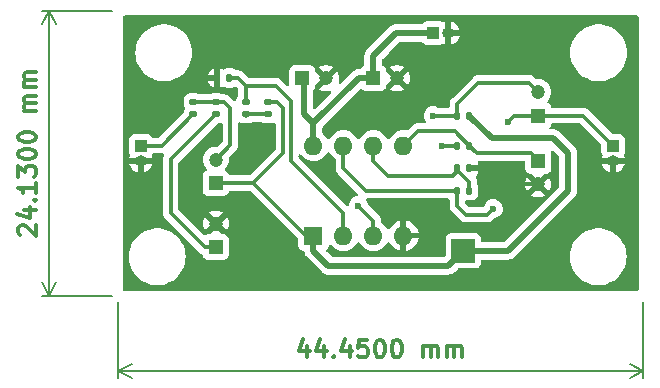
<source format=gbr>
%TF.GenerationSoftware,KiCad,Pcbnew,7.0.11-7.0.11~ubuntu22.04.1*%
%TF.CreationDate,2024-09-25T18:26:51+01:00*%
%TF.ProjectId,kicad_project,6b696361-645f-4707-926f-6a6563742e6b,rev?*%
%TF.SameCoordinates,Original*%
%TF.FileFunction,Copper,L1,Top*%
%TF.FilePolarity,Positive*%
%FSLAX46Y46*%
G04 Gerber Fmt 4.6, Leading zero omitted, Abs format (unit mm)*
G04 Created by KiCad (PCBNEW 7.0.11-7.0.11~ubuntu22.04.1) date 2024-09-25 18:26:51*
%MOMM*%
%LPD*%
G01*
G04 APERTURE LIST*
G04 Aperture macros list*
%AMRoundRect*
0 Rectangle with rounded corners*
0 $1 Rounding radius*
0 $2 $3 $4 $5 $6 $7 $8 $9 X,Y pos of 4 corners*
0 Add a 4 corners polygon primitive as box body*
4,1,4,$2,$3,$4,$5,$6,$7,$8,$9,$2,$3,0*
0 Add four circle primitives for the rounded corners*
1,1,$1+$1,$2,$3*
1,1,$1+$1,$4,$5*
1,1,$1+$1,$6,$7*
1,1,$1+$1,$8,$9*
0 Add four rect primitives between the rounded corners*
20,1,$1+$1,$2,$3,$4,$5,0*
20,1,$1+$1,$4,$5,$6,$7,0*
20,1,$1+$1,$6,$7,$8,$9,0*
20,1,$1+$1,$8,$9,$2,$3,0*%
G04 Aperture macros list end*
%ADD10C,0.300000*%
%TA.AperFunction,NonConductor*%
%ADD11C,0.300000*%
%TD*%
%TA.AperFunction,NonConductor*%
%ADD12C,0.200000*%
%TD*%
%TA.AperFunction,ComponentPad*%
%ADD13R,1.600000X1.600000*%
%TD*%
%TA.AperFunction,ComponentPad*%
%ADD14O,1.600000X1.600000*%
%TD*%
%TA.AperFunction,SMDPad,CuDef*%
%ADD15R,2.000000X2.000000*%
%TD*%
%TA.AperFunction,SMDPad,CuDef*%
%ADD16RoundRect,0.135000X-0.135000X-0.185000X0.135000X-0.185000X0.135000X0.185000X-0.135000X0.185000X0*%
%TD*%
%TA.AperFunction,SMDPad,CuDef*%
%ADD17RoundRect,0.135000X0.135000X0.185000X-0.135000X0.185000X-0.135000X-0.185000X0.135000X-0.185000X0*%
%TD*%
%TA.AperFunction,SMDPad,CuDef*%
%ADD18RoundRect,0.135000X-0.185000X0.135000X-0.185000X-0.135000X0.185000X-0.135000X0.185000X0.135000X0*%
%TD*%
%TA.AperFunction,SMDPad,CuDef*%
%ADD19RoundRect,0.135000X0.185000X-0.135000X0.185000X0.135000X-0.185000X0.135000X-0.185000X-0.135000X0*%
%TD*%
%TA.AperFunction,ComponentPad*%
%ADD20R,1.000000X1.000000*%
%TD*%
%TA.AperFunction,ComponentPad*%
%ADD21O,1.000000X1.000000*%
%TD*%
%TA.AperFunction,ComponentPad*%
%ADD22R,1.200000X1.200000*%
%TD*%
%TA.AperFunction,ComponentPad*%
%ADD23C,1.200000*%
%TD*%
%TA.AperFunction,ViaPad*%
%ADD24C,0.600000*%
%TD*%
%TA.AperFunction,Conductor*%
%ADD25C,0.300000*%
%TD*%
%TA.AperFunction,Conductor*%
%ADD26C,0.500000*%
%TD*%
G04 APERTURE END LIST*
D10*
D11*
X66810716Y-137578328D02*
X66810716Y-138578328D01*
X66453573Y-137006900D02*
X66096430Y-138078328D01*
X66096430Y-138078328D02*
X67025001Y-138078328D01*
X68239287Y-137578328D02*
X68239287Y-138578328D01*
X67882144Y-137006900D02*
X67525001Y-138078328D01*
X67525001Y-138078328D02*
X68453572Y-138078328D01*
X69025000Y-138435471D02*
X69096429Y-138506900D01*
X69096429Y-138506900D02*
X69025000Y-138578328D01*
X69025000Y-138578328D02*
X68953572Y-138506900D01*
X68953572Y-138506900D02*
X69025000Y-138435471D01*
X69025000Y-138435471D02*
X69025000Y-138578328D01*
X70382144Y-137578328D02*
X70382144Y-138578328D01*
X70025001Y-137006900D02*
X69667858Y-138078328D01*
X69667858Y-138078328D02*
X70596429Y-138078328D01*
X71882143Y-137078328D02*
X71167857Y-137078328D01*
X71167857Y-137078328D02*
X71096429Y-137792614D01*
X71096429Y-137792614D02*
X71167857Y-137721185D01*
X71167857Y-137721185D02*
X71310715Y-137649757D01*
X71310715Y-137649757D02*
X71667857Y-137649757D01*
X71667857Y-137649757D02*
X71810715Y-137721185D01*
X71810715Y-137721185D02*
X71882143Y-137792614D01*
X71882143Y-137792614D02*
X71953572Y-137935471D01*
X71953572Y-137935471D02*
X71953572Y-138292614D01*
X71953572Y-138292614D02*
X71882143Y-138435471D01*
X71882143Y-138435471D02*
X71810715Y-138506900D01*
X71810715Y-138506900D02*
X71667857Y-138578328D01*
X71667857Y-138578328D02*
X71310715Y-138578328D01*
X71310715Y-138578328D02*
X71167857Y-138506900D01*
X71167857Y-138506900D02*
X71096429Y-138435471D01*
X72882143Y-137078328D02*
X73025000Y-137078328D01*
X73025000Y-137078328D02*
X73167857Y-137149757D01*
X73167857Y-137149757D02*
X73239286Y-137221185D01*
X73239286Y-137221185D02*
X73310714Y-137364042D01*
X73310714Y-137364042D02*
X73382143Y-137649757D01*
X73382143Y-137649757D02*
X73382143Y-138006900D01*
X73382143Y-138006900D02*
X73310714Y-138292614D01*
X73310714Y-138292614D02*
X73239286Y-138435471D01*
X73239286Y-138435471D02*
X73167857Y-138506900D01*
X73167857Y-138506900D02*
X73025000Y-138578328D01*
X73025000Y-138578328D02*
X72882143Y-138578328D01*
X72882143Y-138578328D02*
X72739286Y-138506900D01*
X72739286Y-138506900D02*
X72667857Y-138435471D01*
X72667857Y-138435471D02*
X72596428Y-138292614D01*
X72596428Y-138292614D02*
X72525000Y-138006900D01*
X72525000Y-138006900D02*
X72525000Y-137649757D01*
X72525000Y-137649757D02*
X72596428Y-137364042D01*
X72596428Y-137364042D02*
X72667857Y-137221185D01*
X72667857Y-137221185D02*
X72739286Y-137149757D01*
X72739286Y-137149757D02*
X72882143Y-137078328D01*
X74310714Y-137078328D02*
X74453571Y-137078328D01*
X74453571Y-137078328D02*
X74596428Y-137149757D01*
X74596428Y-137149757D02*
X74667857Y-137221185D01*
X74667857Y-137221185D02*
X74739285Y-137364042D01*
X74739285Y-137364042D02*
X74810714Y-137649757D01*
X74810714Y-137649757D02*
X74810714Y-138006900D01*
X74810714Y-138006900D02*
X74739285Y-138292614D01*
X74739285Y-138292614D02*
X74667857Y-138435471D01*
X74667857Y-138435471D02*
X74596428Y-138506900D01*
X74596428Y-138506900D02*
X74453571Y-138578328D01*
X74453571Y-138578328D02*
X74310714Y-138578328D01*
X74310714Y-138578328D02*
X74167857Y-138506900D01*
X74167857Y-138506900D02*
X74096428Y-138435471D01*
X74096428Y-138435471D02*
X74024999Y-138292614D01*
X74024999Y-138292614D02*
X73953571Y-138006900D01*
X73953571Y-138006900D02*
X73953571Y-137649757D01*
X73953571Y-137649757D02*
X74024999Y-137364042D01*
X74024999Y-137364042D02*
X74096428Y-137221185D01*
X74096428Y-137221185D02*
X74167857Y-137149757D01*
X74167857Y-137149757D02*
X74310714Y-137078328D01*
X76596427Y-138578328D02*
X76596427Y-137578328D01*
X76596427Y-137721185D02*
X76667856Y-137649757D01*
X76667856Y-137649757D02*
X76810713Y-137578328D01*
X76810713Y-137578328D02*
X77024999Y-137578328D01*
X77024999Y-137578328D02*
X77167856Y-137649757D01*
X77167856Y-137649757D02*
X77239285Y-137792614D01*
X77239285Y-137792614D02*
X77239285Y-138578328D01*
X77239285Y-137792614D02*
X77310713Y-137649757D01*
X77310713Y-137649757D02*
X77453570Y-137578328D01*
X77453570Y-137578328D02*
X77667856Y-137578328D01*
X77667856Y-137578328D02*
X77810713Y-137649757D01*
X77810713Y-137649757D02*
X77882142Y-137792614D01*
X77882142Y-137792614D02*
X77882142Y-138578328D01*
X78596427Y-138578328D02*
X78596427Y-137578328D01*
X78596427Y-137721185D02*
X78667856Y-137649757D01*
X78667856Y-137649757D02*
X78810713Y-137578328D01*
X78810713Y-137578328D02*
X79024999Y-137578328D01*
X79024999Y-137578328D02*
X79167856Y-137649757D01*
X79167856Y-137649757D02*
X79239285Y-137792614D01*
X79239285Y-137792614D02*
X79239285Y-138578328D01*
X79239285Y-137792614D02*
X79310713Y-137649757D01*
X79310713Y-137649757D02*
X79453570Y-137578328D01*
X79453570Y-137578328D02*
X79667856Y-137578328D01*
X79667856Y-137578328D02*
X79810713Y-137649757D01*
X79810713Y-137649757D02*
X79882142Y-137792614D01*
X79882142Y-137792614D02*
X79882142Y-138578328D01*
D12*
X50800000Y-133850000D02*
X50800000Y-140286420D01*
X95250000Y-133850000D02*
X95250000Y-140286420D01*
X50800000Y-139700000D02*
X95250000Y-139700000D01*
X50800000Y-139700000D02*
X95250000Y-139700000D01*
X50800000Y-139700000D02*
X51926504Y-139113579D01*
X50800000Y-139700000D02*
X51926504Y-140286421D01*
X95250000Y-139700000D02*
X94123496Y-140286421D01*
X95250000Y-139700000D02*
X94123496Y-139113579D01*
D10*
D11*
X42479185Y-128213569D02*
X42407757Y-128142141D01*
X42407757Y-128142141D02*
X42336328Y-127999284D01*
X42336328Y-127999284D02*
X42336328Y-127642141D01*
X42336328Y-127642141D02*
X42407757Y-127499284D01*
X42407757Y-127499284D02*
X42479185Y-127427855D01*
X42479185Y-127427855D02*
X42622042Y-127356426D01*
X42622042Y-127356426D02*
X42764900Y-127356426D01*
X42764900Y-127356426D02*
X42979185Y-127427855D01*
X42979185Y-127427855D02*
X43836328Y-128284998D01*
X43836328Y-128284998D02*
X43836328Y-127356426D01*
X42836328Y-126070713D02*
X43836328Y-126070713D01*
X42264900Y-126427855D02*
X43336328Y-126784998D01*
X43336328Y-126784998D02*
X43336328Y-125856427D01*
X43693471Y-125284999D02*
X43764900Y-125213570D01*
X43764900Y-125213570D02*
X43836328Y-125284999D01*
X43836328Y-125284999D02*
X43764900Y-125356427D01*
X43764900Y-125356427D02*
X43693471Y-125284999D01*
X43693471Y-125284999D02*
X43836328Y-125284999D01*
X43836328Y-123784998D02*
X43836328Y-124642141D01*
X43836328Y-124213570D02*
X42336328Y-124213570D01*
X42336328Y-124213570D02*
X42550614Y-124356427D01*
X42550614Y-124356427D02*
X42693471Y-124499284D01*
X42693471Y-124499284D02*
X42764900Y-124642141D01*
X42336328Y-123284999D02*
X42336328Y-122356427D01*
X42336328Y-122356427D02*
X42907757Y-122856427D01*
X42907757Y-122856427D02*
X42907757Y-122642142D01*
X42907757Y-122642142D02*
X42979185Y-122499285D01*
X42979185Y-122499285D02*
X43050614Y-122427856D01*
X43050614Y-122427856D02*
X43193471Y-122356427D01*
X43193471Y-122356427D02*
X43550614Y-122356427D01*
X43550614Y-122356427D02*
X43693471Y-122427856D01*
X43693471Y-122427856D02*
X43764900Y-122499285D01*
X43764900Y-122499285D02*
X43836328Y-122642142D01*
X43836328Y-122642142D02*
X43836328Y-123070713D01*
X43836328Y-123070713D02*
X43764900Y-123213570D01*
X43764900Y-123213570D02*
X43693471Y-123284999D01*
X42336328Y-121427856D02*
X42336328Y-121284999D01*
X42336328Y-121284999D02*
X42407757Y-121142142D01*
X42407757Y-121142142D02*
X42479185Y-121070714D01*
X42479185Y-121070714D02*
X42622042Y-120999285D01*
X42622042Y-120999285D02*
X42907757Y-120927856D01*
X42907757Y-120927856D02*
X43264900Y-120927856D01*
X43264900Y-120927856D02*
X43550614Y-120999285D01*
X43550614Y-120999285D02*
X43693471Y-121070714D01*
X43693471Y-121070714D02*
X43764900Y-121142142D01*
X43764900Y-121142142D02*
X43836328Y-121284999D01*
X43836328Y-121284999D02*
X43836328Y-121427856D01*
X43836328Y-121427856D02*
X43764900Y-121570714D01*
X43764900Y-121570714D02*
X43693471Y-121642142D01*
X43693471Y-121642142D02*
X43550614Y-121713571D01*
X43550614Y-121713571D02*
X43264900Y-121784999D01*
X43264900Y-121784999D02*
X42907757Y-121784999D01*
X42907757Y-121784999D02*
X42622042Y-121713571D01*
X42622042Y-121713571D02*
X42479185Y-121642142D01*
X42479185Y-121642142D02*
X42407757Y-121570714D01*
X42407757Y-121570714D02*
X42336328Y-121427856D01*
X42336328Y-119999285D02*
X42336328Y-119856428D01*
X42336328Y-119856428D02*
X42407757Y-119713571D01*
X42407757Y-119713571D02*
X42479185Y-119642143D01*
X42479185Y-119642143D02*
X42622042Y-119570714D01*
X42622042Y-119570714D02*
X42907757Y-119499285D01*
X42907757Y-119499285D02*
X43264900Y-119499285D01*
X43264900Y-119499285D02*
X43550614Y-119570714D01*
X43550614Y-119570714D02*
X43693471Y-119642143D01*
X43693471Y-119642143D02*
X43764900Y-119713571D01*
X43764900Y-119713571D02*
X43836328Y-119856428D01*
X43836328Y-119856428D02*
X43836328Y-119999285D01*
X43836328Y-119999285D02*
X43764900Y-120142143D01*
X43764900Y-120142143D02*
X43693471Y-120213571D01*
X43693471Y-120213571D02*
X43550614Y-120285000D01*
X43550614Y-120285000D02*
X43264900Y-120356428D01*
X43264900Y-120356428D02*
X42907757Y-120356428D01*
X42907757Y-120356428D02*
X42622042Y-120285000D01*
X42622042Y-120285000D02*
X42479185Y-120213571D01*
X42479185Y-120213571D02*
X42407757Y-120142143D01*
X42407757Y-120142143D02*
X42336328Y-119999285D01*
X43836328Y-117713572D02*
X42836328Y-117713572D01*
X42979185Y-117713572D02*
X42907757Y-117642143D01*
X42907757Y-117642143D02*
X42836328Y-117499286D01*
X42836328Y-117499286D02*
X42836328Y-117285000D01*
X42836328Y-117285000D02*
X42907757Y-117142143D01*
X42907757Y-117142143D02*
X43050614Y-117070715D01*
X43050614Y-117070715D02*
X43836328Y-117070715D01*
X43050614Y-117070715D02*
X42907757Y-116999286D01*
X42907757Y-116999286D02*
X42836328Y-116856429D01*
X42836328Y-116856429D02*
X42836328Y-116642143D01*
X42836328Y-116642143D02*
X42907757Y-116499286D01*
X42907757Y-116499286D02*
X43050614Y-116427857D01*
X43050614Y-116427857D02*
X43836328Y-116427857D01*
X43836328Y-115713572D02*
X42836328Y-115713572D01*
X42979185Y-115713572D02*
X42907757Y-115642143D01*
X42907757Y-115642143D02*
X42836328Y-115499286D01*
X42836328Y-115499286D02*
X42836328Y-115285000D01*
X42836328Y-115285000D02*
X42907757Y-115142143D01*
X42907757Y-115142143D02*
X43050614Y-115070715D01*
X43050614Y-115070715D02*
X43836328Y-115070715D01*
X43050614Y-115070715D02*
X42907757Y-114999286D01*
X42907757Y-114999286D02*
X42836328Y-114856429D01*
X42836328Y-114856429D02*
X42836328Y-114642143D01*
X42836328Y-114642143D02*
X42907757Y-114499286D01*
X42907757Y-114499286D02*
X43050614Y-114427857D01*
X43050614Y-114427857D02*
X43836328Y-114427857D01*
D12*
X50300000Y-133350000D02*
X44371580Y-133350000D01*
X50300000Y-109220000D02*
X44371580Y-109220000D01*
X44958000Y-133350000D02*
X44958000Y-109220000D01*
X44958000Y-133350000D02*
X44958000Y-109220000D01*
X44958000Y-133350000D02*
X44371579Y-132223496D01*
X44958000Y-133350000D02*
X45544421Y-132223496D01*
X44958000Y-109220000D02*
X45544421Y-110346504D01*
X44958000Y-109220000D02*
X44371579Y-110346504D01*
D13*
%TO.P,U3,1*%
%TO.N,Net-(C2-Pad1)*%
X67320000Y-128260000D03*
D14*
%TO.P,U3,2,-*%
%TO.N,Net-(U3A--)*%
X69860000Y-128260000D03*
%TO.P,U3,3,+*%
%TO.N,Net-(U3A-+)*%
X72400000Y-128260000D03*
%TO.P,U3,4,V-*%
%TO.N,GND*%
X74940000Y-128260000D03*
%TO.P,U3,5,+*%
%TO.N,Net-(U3B-+)*%
X74940000Y-120640000D03*
%TO.P,U3,6,-*%
%TO.N,Net-(U3B--)*%
X72400000Y-120640000D03*
%TO.P,U3,7*%
%TO.N,Net-(J3-Pin_1)*%
X69860000Y-120640000D03*
%TO.P,U3,8,V+*%
%TO.N,+12V*%
X67320000Y-120640000D03*
%TD*%
D15*
%TO.P,TP1,1,1*%
%TO.N,Net-(C2-Pad1)*%
X80010000Y-129540000D03*
%TD*%
D16*
%TO.P,R9,1*%
%TO.N,Net-(J3-Pin_1)*%
X79500000Y-124460000D03*
%TO.P,R9,2*%
%TO.N,Net-(U3B--)*%
X80520000Y-124460000D03*
%TD*%
D17*
%TO.P,R8,1*%
%TO.N,GND*%
X80520000Y-122555000D03*
%TO.P,R8,2*%
%TO.N,Net-(U3B--)*%
X79500000Y-122555000D03*
%TD*%
%TO.P,R7,1*%
%TO.N,Net-(U3B-+)*%
X80520000Y-120650000D03*
%TO.P,R7,2*%
%TO.N,Net-(C6-Pad2)*%
X79500000Y-120650000D03*
%TD*%
D16*
%TO.P,R6,1*%
%TO.N,Net-(C6-Pad2)*%
X79500000Y-118110000D03*
%TO.P,R6,2*%
%TO.N,Net-(C2-Pad1)*%
X80520000Y-118110000D03*
%TD*%
%TO.P,R5,1*%
%TO.N,GND*%
X59180000Y-114935000D03*
%TO.P,R5,2*%
%TO.N,Net-(U3A--)*%
X60200000Y-114935000D03*
%TD*%
D18*
%TO.P,R4,1*%
%TO.N,Net-(C2-Pad1)*%
X63500000Y-116965000D03*
%TO.P,R4,2*%
%TO.N,Net-(R3-Pad1)*%
X63500000Y-117985000D03*
%TD*%
D19*
%TO.P,R3,1*%
%TO.N,Net-(R3-Pad1)*%
X61595000Y-117985000D03*
%TO.P,R3,2*%
%TO.N,Net-(U3A--)*%
X61595000Y-116965000D03*
%TD*%
D18*
%TO.P,R2,2*%
%TO.N,Net-(J1-Pin_1)*%
X57150000Y-117985000D03*
%TO.P,R2,1*%
%TO.N,Net-(C2-Pad2)*%
X57150000Y-116965000D03*
%TD*%
D19*
%TO.P,R1,1*%
%TO.N,Net-(U3A-+)*%
X59055000Y-117985000D03*
%TO.P,R1,2*%
%TO.N,Net-(C2-Pad2)*%
X59055000Y-116965000D03*
%TD*%
D20*
%TO.P,J3,1,Pin_1*%
%TO.N,Net-(J3-Pin_1)*%
X92710000Y-120650000D03*
D21*
%TO.P,J3,2,Pin_2*%
%TO.N,GND*%
X92710000Y-121920000D03*
%TD*%
D20*
%TO.P,J2,1,Pin_1*%
%TO.N,+12V*%
X77470000Y-111125000D03*
D21*
%TO.P,J2,2,Pin_2*%
%TO.N,GND*%
X78740000Y-111125000D03*
%TD*%
D20*
%TO.P,J1,1,Pin_1*%
%TO.N,Net-(J1-Pin_1)*%
X52705000Y-120650000D03*
D21*
%TO.P,J1,2,Pin_2*%
%TO.N,GND*%
X52705000Y-121920000D03*
%TD*%
D22*
%TO.P,C6,1*%
%TO.N,Net-(J3-Pin_1)*%
X86360000Y-118110000D03*
D23*
%TO.P,C6,2*%
%TO.N,Net-(C6-Pad2)*%
X86360000Y-116110000D03*
%TD*%
D22*
%TO.P,C5,1*%
%TO.N,Net-(U3B-+)*%
X86360000Y-121920000D03*
D23*
%TO.P,C5,2*%
%TO.N,GND*%
X86360000Y-123920000D03*
%TD*%
D22*
%TO.P,C4,1*%
%TO.N,+12V*%
X66390000Y-114935000D03*
D23*
%TO.P,C4,2*%
%TO.N,GND*%
X68390000Y-114935000D03*
%TD*%
D22*
%TO.P,C3,1*%
%TO.N,+12V*%
X72390000Y-114935000D03*
D23*
%TO.P,C3,2*%
%TO.N,GND*%
X74390000Y-114935000D03*
%TD*%
D22*
%TO.P,C2,1*%
%TO.N,Net-(C2-Pad1)*%
X59055000Y-123825000D03*
D23*
%TO.P,C2,2*%
%TO.N,Net-(C2-Pad2)*%
X59055000Y-121825000D03*
%TD*%
D22*
%TO.P,C1,1*%
%TO.N,Net-(U3A-+)*%
X59055000Y-129242599D03*
D23*
%TO.P,C1,2*%
%TO.N,GND*%
X59055000Y-127242599D03*
%TD*%
D24*
%TO.N,GND*%
X62484000Y-121412000D03*
X70866000Y-118364000D03*
X66040000Y-131826000D03*
X61468000Y-131572000D03*
X63754000Y-130810000D03*
X74422000Y-125730000D03*
X69088000Y-123444000D03*
X84836000Y-113284000D03*
X78740000Y-114554000D03*
X60198000Y-110998000D03*
X62738000Y-114046000D03*
%TO.N,Net-(J3-Pin_1)*%
X82550000Y-125984000D03*
X83820000Y-118618000D03*
%TO.N,GND*%
X57404000Y-115062000D03*
%TO.N,Net-(C6-Pad2)*%
X77470000Y-118110000D03*
X78232000Y-120650000D03*
%TO.N,Net-(U3A-+)*%
X71120000Y-125730000D03*
%TD*%
D25*
%TO.N,Net-(J3-Pin_1)*%
X79500000Y-124460000D02*
X79500000Y-125728000D01*
X79500000Y-125728000D02*
X80264000Y-126492000D01*
X80264000Y-126492000D02*
X82042000Y-126492000D01*
X82042000Y-126492000D02*
X82550000Y-125984000D01*
X86360000Y-118110000D02*
X84328000Y-118110000D01*
X84328000Y-118110000D02*
X83820000Y-118618000D01*
%TO.N,GND*%
X59180000Y-114935000D02*
X57531000Y-114935000D01*
X57531000Y-114935000D02*
X57404000Y-115062000D01*
D26*
%TO.N,+12V*%
X72390000Y-114935000D02*
X71140000Y-114935000D01*
X71140000Y-114935000D02*
X67320000Y-118755000D01*
D25*
%TO.N,Net-(C6-Pad2)*%
X79500000Y-118110000D02*
X77470000Y-118110000D01*
X79500000Y-120650000D02*
X78232000Y-120650000D01*
X79500000Y-118110000D02*
X79500000Y-117096000D01*
X85566000Y-115316000D02*
X86360000Y-116110000D01*
X79500000Y-117096000D02*
X81280000Y-115316000D01*
X81280000Y-115316000D02*
X85566000Y-115316000D01*
%TO.N,Net-(J3-Pin_1)*%
X92710000Y-120650000D02*
X90170000Y-118110000D01*
X90170000Y-118110000D02*
X86360000Y-118110000D01*
%TO.N,Net-(U3A-+)*%
X72400000Y-127010000D02*
X71120000Y-125730000D01*
X72400000Y-128260000D02*
X72400000Y-127010000D01*
D26*
%TO.N,Net-(C2-Pad1)*%
X87630000Y-120015000D02*
X82425000Y-120015000D01*
X82425000Y-120015000D02*
X80520000Y-118110000D01*
D25*
%TO.N,Net-(U3B-+)*%
X74940000Y-120640000D02*
X76165000Y-119415000D01*
X76165000Y-119415000D02*
X79285000Y-119415000D01*
X79285000Y-119415000D02*
X80520000Y-120650000D01*
X86360000Y-121920000D02*
X85725000Y-121285000D01*
X85725000Y-121285000D02*
X81155000Y-121285000D01*
X81155000Y-121285000D02*
X80520000Y-120650000D01*
%TO.N,GND*%
X80520000Y-122555000D02*
X82550000Y-122555000D01*
X82550000Y-122555000D02*
X83915000Y-123920000D01*
X83915000Y-123920000D02*
X86360000Y-123920000D01*
D26*
%TO.N,Net-(C2-Pad1)*%
X80010000Y-129540000D02*
X83820000Y-129540000D01*
X83820000Y-129540000D02*
X88900000Y-124460000D01*
X88900000Y-124460000D02*
X88900000Y-121285000D01*
X88900000Y-121285000D02*
X87630000Y-120015000D01*
D25*
%TO.N,Net-(U3B--)*%
X80520000Y-124460000D02*
X80520000Y-123700000D01*
X80520000Y-123700000D02*
X79500000Y-122680000D01*
X79500000Y-122680000D02*
X79500000Y-122555000D01*
X78865000Y-123190000D02*
X79120000Y-123190000D01*
X79120000Y-123190000D02*
X79500000Y-122810000D01*
X79500000Y-122810000D02*
X79500000Y-122555000D01*
X72400000Y-120640000D02*
X72400000Y-121930000D01*
X72400000Y-121930000D02*
X73660000Y-123190000D01*
X73660000Y-123190000D02*
X78865000Y-123190000D01*
%TO.N,Net-(J3-Pin_1)*%
X79500000Y-124460000D02*
X71755000Y-124460000D01*
X69860000Y-122565000D02*
X69860000Y-120640000D01*
X71755000Y-124460000D02*
X69860000Y-122565000D01*
D26*
%TO.N,Net-(C2-Pad1)*%
X80010000Y-129540000D02*
X78740000Y-130810000D01*
X78740000Y-130810000D02*
X68580000Y-130810000D01*
X68580000Y-130810000D02*
X67320000Y-129550000D01*
X67320000Y-129550000D02*
X67320000Y-128260000D01*
%TO.N,+12V*%
X67320000Y-118755000D02*
X66548000Y-117983000D01*
X66548000Y-117983000D02*
X66548000Y-115093000D01*
X66548000Y-115093000D02*
X66390000Y-114935000D01*
X67320000Y-120640000D02*
X67320000Y-118755000D01*
X72390000Y-114935000D02*
X72390000Y-113030000D01*
X72390000Y-113030000D02*
X74295000Y-111125000D01*
X74295000Y-111125000D02*
X77470000Y-111125000D01*
D25*
%TO.N,Net-(U3A--)*%
X69860000Y-128260000D02*
X69860000Y-126375000D01*
X69860000Y-126375000D02*
X65405000Y-121920000D01*
X65405000Y-121920000D02*
X65405000Y-116840000D01*
X65405000Y-116840000D02*
X64135000Y-115570000D01*
X64135000Y-115570000D02*
X61595000Y-115570000D01*
%TO.N,Net-(C2-Pad1)*%
X67320000Y-128260000D02*
X66665000Y-128260000D01*
X66665000Y-128260000D02*
X62230000Y-123825000D01*
X64770000Y-117475000D02*
X64770000Y-121285000D01*
X63500000Y-116965000D02*
X64260000Y-116965000D01*
X64260000Y-116965000D02*
X64770000Y-117475000D01*
X64770000Y-121285000D02*
X62230000Y-123825000D01*
X62230000Y-123825000D02*
X59055000Y-123825000D01*
%TO.N,Net-(R3-Pad1)*%
X61595000Y-117985000D02*
X63500000Y-117985000D01*
X61595000Y-117985000D02*
X61595000Y-118110000D01*
%TO.N,Net-(U3A--)*%
X60960000Y-114935000D02*
X61595000Y-115570000D01*
X60200000Y-114935000D02*
X60960000Y-114935000D01*
X61595000Y-115570000D02*
X61595000Y-116965000D01*
%TO.N,Net-(C2-Pad2)*%
X59055000Y-116965000D02*
X59752500Y-116965000D01*
X59752500Y-116965000D02*
X60290000Y-117502500D01*
X60290000Y-117502500D02*
X60290000Y-120590000D01*
X60290000Y-120590000D02*
X59055000Y-121825000D01*
%TO.N,Net-(U3A-+)*%
X59055000Y-117985000D02*
X55245000Y-121795000D01*
X55245000Y-121795000D02*
X55245000Y-126365000D01*
X55245000Y-126365000D02*
X58122599Y-129242599D01*
X58122599Y-129242599D02*
X59055000Y-129242599D01*
%TO.N,Net-(C2-Pad2)*%
X57150000Y-116965000D02*
X59055000Y-116965000D01*
%TO.N,Net-(J1-Pin_1)*%
X52705000Y-120650000D02*
X54485000Y-120650000D01*
X54485000Y-120650000D02*
X57150000Y-117985000D01*
%TD*%
%TA.AperFunction,Conductor*%
%TO.N,GND*%
G36*
X87648082Y-121097236D02*
G01*
X87665043Y-121111411D01*
X88113181Y-121559548D01*
X88146666Y-121620871D01*
X88149500Y-121647229D01*
X88149500Y-124097770D01*
X88129815Y-124164809D01*
X88113181Y-124185451D01*
X83545451Y-128753181D01*
X83484128Y-128786666D01*
X83457770Y-128789500D01*
X81634499Y-128789500D01*
X81567460Y-128769815D01*
X81521705Y-128717011D01*
X81510499Y-128665500D01*
X81510499Y-128492129D01*
X81510498Y-128492123D01*
X81510497Y-128492116D01*
X81504091Y-128432517D01*
X81492520Y-128401494D01*
X81453797Y-128297671D01*
X81453793Y-128297664D01*
X81367547Y-128182455D01*
X81367544Y-128182452D01*
X81252335Y-128096206D01*
X81252328Y-128096202D01*
X81117482Y-128045908D01*
X81117483Y-128045908D01*
X81057883Y-128039501D01*
X81057881Y-128039500D01*
X81057873Y-128039500D01*
X81057864Y-128039500D01*
X78962129Y-128039500D01*
X78962123Y-128039501D01*
X78902516Y-128045908D01*
X78767671Y-128096202D01*
X78767664Y-128096206D01*
X78652455Y-128182452D01*
X78652452Y-128182455D01*
X78566206Y-128297664D01*
X78566202Y-128297671D01*
X78515908Y-128432517D01*
X78512073Y-128468192D01*
X78509501Y-128492123D01*
X78509500Y-128492135D01*
X78509500Y-129927768D01*
X78489815Y-129994807D01*
X78473187Y-130015444D01*
X78465456Y-130023176D01*
X78404135Y-130056665D01*
X78377769Y-130059500D01*
X68942230Y-130059500D01*
X68875191Y-130039815D01*
X68854549Y-130023181D01*
X68447983Y-129616615D01*
X68414498Y-129555292D01*
X68419482Y-129485600D01*
X68461354Y-129429667D01*
X68477546Y-129417546D01*
X68563796Y-129302331D01*
X68614091Y-129167483D01*
X68617862Y-129132401D01*
X68644599Y-129067855D01*
X68701990Y-129028006D01*
X68771816Y-129025511D01*
X68831905Y-129061163D01*
X68842726Y-129074536D01*
X68859956Y-129099143D01*
X69020858Y-129260045D01*
X69020861Y-129260047D01*
X69207266Y-129390568D01*
X69413504Y-129486739D01*
X69633308Y-129545635D01*
X69795230Y-129559801D01*
X69859998Y-129565468D01*
X69860000Y-129565468D01*
X69860002Y-129565468D01*
X69922991Y-129559957D01*
X70086692Y-129545635D01*
X70306496Y-129486739D01*
X70512734Y-129390568D01*
X70699139Y-129260047D01*
X70860047Y-129099139D01*
X70990568Y-128912734D01*
X71017618Y-128854724D01*
X71063790Y-128802285D01*
X71130983Y-128783133D01*
X71197865Y-128803348D01*
X71242382Y-128854725D01*
X71269429Y-128912728D01*
X71269432Y-128912734D01*
X71399954Y-129099141D01*
X71560858Y-129260045D01*
X71560861Y-129260047D01*
X71747266Y-129390568D01*
X71953504Y-129486739D01*
X72173308Y-129545635D01*
X72335230Y-129559801D01*
X72399998Y-129565468D01*
X72400000Y-129565468D01*
X72400002Y-129565468D01*
X72462991Y-129559957D01*
X72626692Y-129545635D01*
X72846496Y-129486739D01*
X73052734Y-129390568D01*
X73239139Y-129260047D01*
X73400047Y-129099139D01*
X73530568Y-128912734D01*
X73557895Y-128854129D01*
X73604064Y-128801695D01*
X73671257Y-128782542D01*
X73738139Y-128802757D01*
X73782657Y-128854133D01*
X73809865Y-128912482D01*
X73940342Y-129098820D01*
X74101179Y-129259657D01*
X74287517Y-129390134D01*
X74493673Y-129486265D01*
X74493682Y-129486269D01*
X74689999Y-129538872D01*
X74690000Y-129538871D01*
X74690000Y-128575686D01*
X74701955Y-128587641D01*
X74814852Y-128645165D01*
X74908519Y-128660000D01*
X74971481Y-128660000D01*
X75065148Y-128645165D01*
X75178045Y-128587641D01*
X75190000Y-128575686D01*
X75190000Y-129538872D01*
X75386317Y-129486269D01*
X75386326Y-129486265D01*
X75592482Y-129390134D01*
X75778820Y-129259657D01*
X75939657Y-129098820D01*
X76070134Y-128912482D01*
X76166265Y-128706326D01*
X76166269Y-128706317D01*
X76218872Y-128510000D01*
X75255686Y-128510000D01*
X75267641Y-128498045D01*
X75325165Y-128385148D01*
X75344986Y-128260000D01*
X75325165Y-128134852D01*
X75267641Y-128021955D01*
X75255686Y-128010000D01*
X76218872Y-128010000D01*
X76218872Y-128009999D01*
X76166269Y-127813682D01*
X76166265Y-127813673D01*
X76070134Y-127607517D01*
X75939657Y-127421179D01*
X75778820Y-127260342D01*
X75592482Y-127129865D01*
X75386328Y-127033734D01*
X75190000Y-126981127D01*
X75190000Y-127944314D01*
X75178045Y-127932359D01*
X75065148Y-127874835D01*
X74971481Y-127860000D01*
X74908519Y-127860000D01*
X74814852Y-127874835D01*
X74701955Y-127932359D01*
X74690000Y-127944314D01*
X74690000Y-126981127D01*
X74493671Y-127033734D01*
X74287517Y-127129865D01*
X74101179Y-127260342D01*
X73940342Y-127421179D01*
X73809867Y-127607515D01*
X73782657Y-127665867D01*
X73736484Y-127718306D01*
X73669290Y-127737457D01*
X73602409Y-127717241D01*
X73557893Y-127665865D01*
X73549329Y-127647500D01*
X73530568Y-127607266D01*
X73400047Y-127420861D01*
X73400045Y-127420858D01*
X73239143Y-127259956D01*
X73105480Y-127166364D01*
X73061856Y-127111787D01*
X73052665Y-127068684D01*
X73050561Y-127001735D01*
X73050500Y-126997840D01*
X73050500Y-126969077D01*
X73050499Y-126969070D01*
X73049949Y-126964716D01*
X73049030Y-126953054D01*
X73048702Y-126942609D01*
X73047597Y-126907430D01*
X73041676Y-126887052D01*
X73037731Y-126868003D01*
X73035071Y-126846942D01*
X73018261Y-126804487D01*
X73014481Y-126793445D01*
X73011119Y-126781871D01*
X73001744Y-126749601D01*
X72990939Y-126731332D01*
X72982379Y-126713858D01*
X72980768Y-126709788D01*
X72974568Y-126694129D01*
X72947737Y-126657199D01*
X72941323Y-126647435D01*
X72928290Y-126625397D01*
X72918081Y-126608135D01*
X72918078Y-126608132D01*
X72918074Y-126608127D01*
X72903075Y-126593129D01*
X72890435Y-126578330D01*
X72877961Y-126561160D01*
X72842780Y-126532056D01*
X72834140Y-126524194D01*
X71941722Y-125631776D01*
X71908237Y-125570453D01*
X71906182Y-125557973D01*
X71905368Y-125550749D01*
X71905368Y-125550745D01*
X71845789Y-125380478D01*
X71829267Y-125354184D01*
X71795518Y-125300472D01*
X71776518Y-125233235D01*
X71796886Y-125166400D01*
X71850154Y-125121186D01*
X71900512Y-125110500D01*
X78725500Y-125110500D01*
X78792539Y-125130185D01*
X78838294Y-125182989D01*
X78849500Y-125234500D01*
X78849500Y-125642494D01*
X78847732Y-125658505D01*
X78847974Y-125658528D01*
X78847240Y-125666294D01*
X78849439Y-125736262D01*
X78849500Y-125740157D01*
X78849500Y-125768920D01*
X78849501Y-125768938D01*
X78850053Y-125773311D01*
X78850968Y-125784941D01*
X78852402Y-125830567D01*
X78852403Y-125830570D01*
X78858323Y-125850948D01*
X78862268Y-125869996D01*
X78864928Y-125891054D01*
X78864931Y-125891065D01*
X78881737Y-125933514D01*
X78885520Y-125944563D01*
X78898254Y-125988395D01*
X78898255Y-125988397D01*
X78909060Y-126006666D01*
X78917617Y-126024134D01*
X78923226Y-126038300D01*
X78925432Y-126043872D01*
X78952266Y-126080806D01*
X78958678Y-126090568D01*
X78981919Y-126129865D01*
X78981923Y-126129869D01*
X78996925Y-126144871D01*
X79009563Y-126159669D01*
X79022033Y-126176833D01*
X79022036Y-126176837D01*
X79057213Y-126205937D01*
X79065854Y-126213800D01*
X79743564Y-126891510D01*
X79753635Y-126904080D01*
X79753822Y-126903926D01*
X79758795Y-126909937D01*
X79758797Y-126909939D01*
X79758798Y-126909940D01*
X79780460Y-126930282D01*
X79809832Y-126957864D01*
X79812629Y-126960575D01*
X79832967Y-126980913D01*
X79836450Y-126983615D01*
X79845326Y-126991196D01*
X79865435Y-127010079D01*
X79878607Y-127022448D01*
X79878609Y-127022449D01*
X79897205Y-127032672D01*
X79913470Y-127043357D01*
X79930232Y-127056360D01*
X79930235Y-127056361D01*
X79930236Y-127056362D01*
X79972140Y-127074495D01*
X79982612Y-127079625D01*
X80022632Y-127101627D01*
X80038340Y-127105659D01*
X80043186Y-127106904D01*
X80061598Y-127113207D01*
X80081073Y-127121635D01*
X80126179Y-127128778D01*
X80137574Y-127131138D01*
X80181823Y-127142500D01*
X80203051Y-127142500D01*
X80222448Y-127144026D01*
X80243403Y-127147345D01*
X80243404Y-127147346D01*
X80243404Y-127147345D01*
X80243405Y-127147346D01*
X80288852Y-127143050D01*
X80300521Y-127142500D01*
X81956495Y-127142500D01*
X81972505Y-127144267D01*
X81972528Y-127144026D01*
X81980289Y-127144758D01*
X81980296Y-127144760D01*
X82050262Y-127142560D01*
X82054157Y-127142500D01*
X82082925Y-127142500D01*
X82087287Y-127141948D01*
X82098939Y-127141030D01*
X82144569Y-127139597D01*
X82164956Y-127133673D01*
X82183996Y-127129731D01*
X82205058Y-127127071D01*
X82247520Y-127110258D01*
X82258557Y-127106480D01*
X82302398Y-127093744D01*
X82320665Y-127082939D01*
X82338136Y-127074380D01*
X82357871Y-127066568D01*
X82394816Y-127039725D01*
X82404558Y-127033326D01*
X82443865Y-127010081D01*
X82458870Y-126995075D01*
X82473668Y-126982436D01*
X82475470Y-126981127D01*
X82490837Y-126969963D01*
X82519946Y-126934774D01*
X82527790Y-126926154D01*
X82648224Y-126805720D01*
X82709545Y-126772237D01*
X82722019Y-126770183D01*
X82729255Y-126769368D01*
X82899522Y-126709789D01*
X83052262Y-126613816D01*
X83179816Y-126486262D01*
X83275789Y-126333522D01*
X83335368Y-126163255D01*
X83336662Y-126151773D01*
X83355565Y-125984003D01*
X83355565Y-125983996D01*
X83335369Y-125804750D01*
X83335368Y-125804745D01*
X83311405Y-125736262D01*
X83275789Y-125634478D01*
X83179816Y-125481738D01*
X83052262Y-125354184D01*
X82966780Y-125300472D01*
X82899523Y-125258211D01*
X82729254Y-125198631D01*
X82729249Y-125198630D01*
X82550004Y-125178435D01*
X82549996Y-125178435D01*
X82370750Y-125198630D01*
X82370745Y-125198631D01*
X82200476Y-125258211D01*
X82047737Y-125354184D01*
X81920184Y-125481737D01*
X81824210Y-125634478D01*
X81780830Y-125758454D01*
X81740108Y-125815230D01*
X81675156Y-125840978D01*
X81663788Y-125841500D01*
X80584808Y-125841500D01*
X80517769Y-125821815D01*
X80497127Y-125805181D01*
X80186819Y-125494873D01*
X80153334Y-125433550D01*
X80150500Y-125407192D01*
X80150500Y-125401238D01*
X80170185Y-125334199D01*
X80222989Y-125288444D01*
X80284230Y-125277620D01*
X80284793Y-125277664D01*
X80284796Y-125277665D01*
X80320819Y-125280500D01*
X80719180Y-125280499D01*
X80755204Y-125277665D01*
X80909393Y-125232869D01*
X81047598Y-125151135D01*
X81161135Y-125037598D01*
X81242869Y-124899393D01*
X81255987Y-124854240D01*
X85779311Y-124854240D01*
X85867585Y-124908897D01*
X86057678Y-124982539D01*
X86258072Y-125020000D01*
X86461928Y-125020000D01*
X86662322Y-124982539D01*
X86852412Y-124908899D01*
X86852416Y-124908897D01*
X86940686Y-124854241D01*
X86940686Y-124854240D01*
X86360001Y-124273553D01*
X86360000Y-124273553D01*
X85779311Y-124854240D01*
X81255987Y-124854240D01*
X81287665Y-124745204D01*
X81290500Y-124709181D01*
X81290499Y-124210820D01*
X81287665Y-124174796D01*
X81242869Y-124020607D01*
X81240680Y-124016906D01*
X81187768Y-123927434D01*
X81185734Y-123920000D01*
X85255287Y-123920000D01*
X85274096Y-124122989D01*
X85274097Y-124122992D01*
X85329883Y-124319063D01*
X85329886Y-124319069D01*
X85420751Y-124501551D01*
X85422533Y-124503911D01*
X86006446Y-123920000D01*
X85978286Y-123891840D01*
X86056105Y-123891840D01*
X86066454Y-124003521D01*
X86116448Y-124103922D01*
X86199334Y-124179484D01*
X86303920Y-124220000D01*
X86387802Y-124220000D01*
X86470250Y-124204588D01*
X86565610Y-124145543D01*
X86633201Y-124056038D01*
X86663895Y-123948160D01*
X86661286Y-123920000D01*
X86713553Y-123920000D01*
X87297465Y-124503912D01*
X87299247Y-124501553D01*
X87299248Y-124501551D01*
X87390113Y-124319069D01*
X87390116Y-124319063D01*
X87445902Y-124122992D01*
X87445903Y-124122989D01*
X87464713Y-123920000D01*
X87464713Y-123919999D01*
X87445903Y-123717010D01*
X87445902Y-123717007D01*
X87390116Y-123520936D01*
X87390113Y-123520930D01*
X87299249Y-123338449D01*
X87299247Y-123338447D01*
X87297465Y-123336087D01*
X86713553Y-123920000D01*
X86661286Y-123920000D01*
X86653546Y-123836479D01*
X86603552Y-123736078D01*
X86520666Y-123660516D01*
X86416080Y-123620000D01*
X86332198Y-123620000D01*
X86249750Y-123635412D01*
X86154390Y-123694457D01*
X86086799Y-123783962D01*
X86056105Y-123891840D01*
X85978286Y-123891840D01*
X85422533Y-123336087D01*
X85420755Y-123338442D01*
X85420754Y-123338443D01*
X85329886Y-123520930D01*
X85329883Y-123520936D01*
X85274097Y-123717007D01*
X85274096Y-123717010D01*
X85255287Y-123919999D01*
X85255287Y-123920000D01*
X81185734Y-123920000D01*
X81170500Y-123864314D01*
X81170500Y-123785502D01*
X81172268Y-123769489D01*
X81172026Y-123769467D01*
X81172758Y-123761711D01*
X81172760Y-123761704D01*
X81170561Y-123691736D01*
X81170500Y-123687841D01*
X81170500Y-123659077D01*
X81170499Y-123659070D01*
X81169949Y-123654716D01*
X81169030Y-123643054D01*
X81168790Y-123635412D01*
X81167597Y-123597431D01*
X81161676Y-123577053D01*
X81157731Y-123558004D01*
X81155071Y-123536942D01*
X81138263Y-123494491D01*
X81134480Y-123483442D01*
X81121743Y-123439600D01*
X81110940Y-123421334D01*
X81102378Y-123403856D01*
X81094568Y-123384129D01*
X81094566Y-123384126D01*
X81078686Y-123362269D01*
X81055206Y-123296462D01*
X81071031Y-123228408D01*
X81091323Y-123201701D01*
X81160734Y-123132290D01*
X81160738Y-123132285D01*
X81242406Y-122994191D01*
X81242407Y-122994188D01*
X81287166Y-122840128D01*
X81287167Y-122840122D01*
X81289931Y-122805000D01*
X80596308Y-122805000D01*
X80529269Y-122785315D01*
X80508627Y-122768681D01*
X80306818Y-122566872D01*
X80273333Y-122505549D01*
X80270499Y-122479191D01*
X80270499Y-122429000D01*
X80290184Y-122361961D01*
X80342988Y-122316206D01*
X80394499Y-122305000D01*
X81289931Y-122305000D01*
X81287167Y-122269877D01*
X81287166Y-122269871D01*
X81242406Y-122115807D01*
X81239352Y-122108749D01*
X81230791Y-122039406D01*
X81261079Y-121976443D01*
X81320599Y-121939849D01*
X81353152Y-121935500D01*
X85135501Y-121935500D01*
X85202540Y-121955185D01*
X85248295Y-122007989D01*
X85259501Y-122059500D01*
X85259501Y-122567876D01*
X85265908Y-122627483D01*
X85316202Y-122762328D01*
X85316206Y-122762335D01*
X85402452Y-122877544D01*
X85402455Y-122877547D01*
X85517664Y-122963793D01*
X85517671Y-122963797D01*
X85652516Y-123014091D01*
X85678419Y-123016875D01*
X85712127Y-123020500D01*
X85762692Y-123020499D01*
X85829729Y-123040182D01*
X85850372Y-123056818D01*
X86360000Y-123566446D01*
X86869628Y-123056818D01*
X86930951Y-123023333D01*
X86957308Y-123020499D01*
X87007872Y-123020499D01*
X87067483Y-123014091D01*
X87202331Y-122963796D01*
X87317546Y-122877546D01*
X87403796Y-122762331D01*
X87454091Y-122627483D01*
X87460500Y-122567873D01*
X87460499Y-121272128D01*
X87454091Y-121212517D01*
X87454089Y-121212514D01*
X87454072Y-121212347D01*
X87466478Y-121143587D01*
X87514089Y-121092450D01*
X87581788Y-121075171D01*
X87648082Y-121097236D01*
G37*
%TD.AperFunction*%
%TA.AperFunction,Conductor*%
G36*
X68657865Y-121183348D02*
G01*
X68702382Y-121234725D01*
X68729429Y-121292728D01*
X68729432Y-121292734D01*
X68859954Y-121479141D01*
X69020855Y-121640042D01*
X69020858Y-121640044D01*
X69020861Y-121640047D01*
X69156626Y-121735109D01*
X69200248Y-121789683D01*
X69209500Y-121836682D01*
X69209500Y-122479494D01*
X69207732Y-122495505D01*
X69207974Y-122495528D01*
X69207240Y-122503294D01*
X69209439Y-122573262D01*
X69209500Y-122577157D01*
X69209500Y-122605920D01*
X69209501Y-122605938D01*
X69210053Y-122610311D01*
X69210968Y-122621941D01*
X69212402Y-122667567D01*
X69212403Y-122667570D01*
X69218323Y-122687948D01*
X69222268Y-122706996D01*
X69224928Y-122728054D01*
X69224931Y-122728065D01*
X69241737Y-122770514D01*
X69245520Y-122781563D01*
X69258254Y-122825395D01*
X69258255Y-122825397D01*
X69269060Y-122843666D01*
X69277617Y-122861134D01*
X69283226Y-122875300D01*
X69285432Y-122880872D01*
X69312266Y-122917806D01*
X69318678Y-122927568D01*
X69340104Y-122963797D01*
X69341919Y-122966865D01*
X69341923Y-122966869D01*
X69356925Y-122981871D01*
X69369563Y-122996669D01*
X69382033Y-123013833D01*
X69382036Y-123013837D01*
X69417213Y-123042937D01*
X69425854Y-123050800D01*
X71099241Y-124724187D01*
X71132726Y-124785510D01*
X71127742Y-124855202D01*
X71085870Y-124911135D01*
X71025444Y-124935088D01*
X70940749Y-124944630D01*
X70940745Y-124944631D01*
X70770476Y-125004211D01*
X70617737Y-125100184D01*
X70490184Y-125227737D01*
X70394211Y-125380476D01*
X70334631Y-125550745D01*
X70334630Y-125550749D01*
X70325088Y-125635444D01*
X70298021Y-125699858D01*
X70240426Y-125739413D01*
X70170589Y-125741550D01*
X70114187Y-125709241D01*
X66091819Y-121686873D01*
X66058334Y-121625550D01*
X66055500Y-121599192D01*
X66055500Y-121494738D01*
X66075185Y-121427699D01*
X66127989Y-121381944D01*
X66197147Y-121372000D01*
X66260703Y-121401025D01*
X66281075Y-121423615D01*
X66319954Y-121479141D01*
X66480858Y-121640045D01*
X66495867Y-121650554D01*
X66667266Y-121770568D01*
X66873504Y-121866739D01*
X66873509Y-121866740D01*
X66873511Y-121866741D01*
X66926415Y-121880916D01*
X67093308Y-121925635D01*
X67255230Y-121939801D01*
X67319998Y-121945468D01*
X67320000Y-121945468D01*
X67320002Y-121945468D01*
X67384225Y-121939849D01*
X67546692Y-121925635D01*
X67766496Y-121866739D01*
X67972734Y-121770568D01*
X68159139Y-121640047D01*
X68320047Y-121479139D01*
X68450568Y-121292734D01*
X68477618Y-121234724D01*
X68523790Y-121182285D01*
X68590983Y-121163133D01*
X68657865Y-121183348D01*
G37*
%TD.AperFunction*%
%TA.AperFunction,Conductor*%
G36*
X62967435Y-118652767D02*
G01*
X63060607Y-118707869D01*
X63074093Y-118711787D01*
X63214791Y-118752664D01*
X63214794Y-118752664D01*
X63214796Y-118752665D01*
X63250819Y-118755500D01*
X63749180Y-118755499D01*
X63785204Y-118752665D01*
X63939393Y-118707869D01*
X63939403Y-118707863D01*
X63946250Y-118704901D01*
X64015593Y-118696340D01*
X64078557Y-118726627D01*
X64115151Y-118786147D01*
X64119500Y-118818701D01*
X64119500Y-120964192D01*
X64099815Y-121031231D01*
X64083181Y-121051873D01*
X61996873Y-123138181D01*
X61935550Y-123171666D01*
X61909192Y-123174500D01*
X60256440Y-123174500D01*
X60189401Y-123154815D01*
X60143646Y-123102011D01*
X60140258Y-123093833D01*
X60098797Y-122982671D01*
X60098793Y-122982664D01*
X60012547Y-122867455D01*
X60012544Y-122867452D01*
X59897335Y-122781206D01*
X59889546Y-122776953D01*
X59891238Y-122773852D01*
X59848828Y-122742110D01*
X59824406Y-122676648D01*
X59839252Y-122608374D01*
X59864552Y-122576153D01*
X59871764Y-122569579D01*
X59994673Y-122406821D01*
X60085582Y-122224250D01*
X60141397Y-122028083D01*
X60160215Y-121825000D01*
X60149873Y-121713399D01*
X60163287Y-121644833D01*
X60185660Y-121614283D01*
X60689511Y-121110432D01*
X60702086Y-121100359D01*
X60701931Y-121100172D01*
X60707933Y-121095205D01*
X60707940Y-121095202D01*
X60755912Y-121044115D01*
X60758561Y-121041382D01*
X60778911Y-121021034D01*
X60781608Y-121017556D01*
X60789196Y-121008672D01*
X60820448Y-120975393D01*
X60830670Y-120956796D01*
X60841355Y-120940531D01*
X60854363Y-120923763D01*
X60872491Y-120881870D01*
X60877627Y-120871382D01*
X60899627Y-120831368D01*
X60904904Y-120810808D01*
X60911206Y-120792403D01*
X60919636Y-120772926D01*
X60926779Y-120727820D01*
X60929143Y-120716405D01*
X60940500Y-120672177D01*
X60940500Y-120650955D01*
X60942027Y-120631555D01*
X60943729Y-120620808D01*
X60945347Y-120610595D01*
X60941050Y-120565140D01*
X60940500Y-120553470D01*
X60940500Y-118798050D01*
X60960185Y-118731011D01*
X61012989Y-118685256D01*
X61082147Y-118675312D01*
X61127620Y-118691317D01*
X61155607Y-118707869D01*
X61169093Y-118711787D01*
X61309791Y-118752664D01*
X61309794Y-118752664D01*
X61309796Y-118752665D01*
X61345819Y-118755500D01*
X61495576Y-118755499D01*
X61518813Y-118757696D01*
X61522153Y-118758333D01*
X61553830Y-118764376D01*
X61691026Y-118755743D01*
X61698811Y-118755499D01*
X61844168Y-118755499D01*
X61844180Y-118755499D01*
X61880204Y-118752665D01*
X62034393Y-118707869D01*
X62127564Y-118652767D01*
X62190685Y-118635500D01*
X62904315Y-118635500D01*
X62967435Y-118652767D01*
G37*
%TD.AperFunction*%
%TA.AperFunction,Conductor*%
G36*
X94792539Y-109640185D02*
G01*
X94838294Y-109692989D01*
X94849500Y-109744500D01*
X94849500Y-132825500D01*
X94829815Y-132892539D01*
X94777011Y-132938294D01*
X94725500Y-132949500D01*
X51324500Y-132949500D01*
X51257461Y-132929815D01*
X51211706Y-132877011D01*
X51200500Y-132825500D01*
X51200500Y-130048005D01*
X51696754Y-130048005D01*
X51715718Y-130349446D01*
X51715719Y-130349453D01*
X51744019Y-130497808D01*
X51761198Y-130587864D01*
X51772320Y-130646164D01*
X51865659Y-130933431D01*
X51865661Y-130933436D01*
X51994265Y-131206732D01*
X51994268Y-131206738D01*
X52156111Y-131461763D01*
X52156114Y-131461767D01*
X52156115Y-131461768D01*
X52237792Y-131560499D01*
X52348652Y-131694505D01*
X52568836Y-131901272D01*
X52568846Y-131901280D01*
X52813193Y-132078808D01*
X52813198Y-132078810D01*
X52813205Y-132078816D01*
X53077896Y-132224332D01*
X53077901Y-132224334D01*
X53077903Y-132224335D01*
X53077904Y-132224336D01*
X53358734Y-132335524D01*
X53358737Y-132335525D01*
X53432992Y-132354590D01*
X53651302Y-132410642D01*
X53798039Y-132429179D01*
X53950963Y-132448499D01*
X53950969Y-132448499D01*
X53950973Y-132448500D01*
X53950975Y-132448500D01*
X54253025Y-132448500D01*
X54253027Y-132448500D01*
X54253032Y-132448499D01*
X54253036Y-132448499D01*
X54332591Y-132438448D01*
X54552698Y-132410642D01*
X54845262Y-132335525D01*
X54845265Y-132335524D01*
X55126095Y-132224336D01*
X55126096Y-132224335D01*
X55126094Y-132224335D01*
X55126104Y-132224332D01*
X55390795Y-132078816D01*
X55635162Y-131901274D01*
X55855349Y-131694504D01*
X56047885Y-131461768D01*
X56209733Y-131206736D01*
X56338341Y-130933430D01*
X56431681Y-130646160D01*
X56488280Y-130349457D01*
X56488680Y-130343097D01*
X56507246Y-130048005D01*
X56507246Y-130047994D01*
X56488281Y-129746553D01*
X56488280Y-129746546D01*
X56488280Y-129746543D01*
X56431681Y-129449840D01*
X56338341Y-129162570D01*
X56209733Y-128889264D01*
X56146421Y-128789500D01*
X56047888Y-128634236D01*
X56047885Y-128634232D01*
X55855349Y-128401496D01*
X55854043Y-128400270D01*
X55639506Y-128198805D01*
X55635162Y-128194726D01*
X55635159Y-128194724D01*
X55635153Y-128194719D01*
X55390806Y-128017191D01*
X55390799Y-128017186D01*
X55390795Y-128017184D01*
X55126104Y-127871668D01*
X55126101Y-127871666D01*
X55126096Y-127871664D01*
X55126095Y-127871663D01*
X54845265Y-127760475D01*
X54845262Y-127760474D01*
X54552695Y-127685357D01*
X54253036Y-127647500D01*
X54253027Y-127647500D01*
X53950973Y-127647500D01*
X53950963Y-127647500D01*
X53651304Y-127685357D01*
X53358737Y-127760474D01*
X53358734Y-127760475D01*
X53077904Y-127871663D01*
X53077903Y-127871664D01*
X52813205Y-128017184D01*
X52813193Y-128017191D01*
X52568846Y-128194719D01*
X52568836Y-128194727D01*
X52348652Y-128401494D01*
X52156111Y-128634236D01*
X51994268Y-128889261D01*
X51994265Y-128889267D01*
X51865661Y-129162563D01*
X51865659Y-129162568D01*
X51772320Y-129449835D01*
X51715719Y-129746546D01*
X51715718Y-129746553D01*
X51696754Y-130047994D01*
X51696754Y-130048005D01*
X51200500Y-130048005D01*
X51200500Y-122170000D01*
X51735840Y-122170000D01*
X51776652Y-122304541D01*
X51869503Y-122478253D01*
X51869507Y-122478260D01*
X51994471Y-122630528D01*
X52146739Y-122755491D01*
X52320465Y-122848349D01*
X52455000Y-122889159D01*
X52455000Y-122170000D01*
X51735840Y-122170000D01*
X51200500Y-122170000D01*
X51200500Y-121197870D01*
X51704500Y-121197870D01*
X51704501Y-121197876D01*
X51710908Y-121257483D01*
X51761202Y-121392328D01*
X51761206Y-121392335D01*
X51767561Y-121400824D01*
X51791979Y-121466288D01*
X51778495Y-121529636D01*
X51778981Y-121529838D01*
X51777894Y-121532461D01*
X51777655Y-121533586D01*
X51776650Y-121535464D01*
X51735839Y-121669999D01*
X51735840Y-121670000D01*
X52490517Y-121670000D01*
X52419199Y-121754993D01*
X52380000Y-121862694D01*
X52380000Y-121977306D01*
X52419199Y-122085007D01*
X52492871Y-122172805D01*
X52592129Y-122230112D01*
X52676564Y-122245000D01*
X52733436Y-122245000D01*
X52817871Y-122230112D01*
X52917129Y-122172805D01*
X52919483Y-122170000D01*
X52955000Y-122170000D01*
X52955000Y-122889159D01*
X53089534Y-122848349D01*
X53263260Y-122755491D01*
X53415528Y-122630528D01*
X53540492Y-122478260D01*
X53540496Y-122478253D01*
X53633347Y-122304541D01*
X53674160Y-122170000D01*
X52955000Y-122170000D01*
X52919483Y-122170000D01*
X52990801Y-122085007D01*
X53030000Y-121977306D01*
X53030000Y-121862694D01*
X52990801Y-121754993D01*
X52919483Y-121670000D01*
X53674160Y-121670000D01*
X53674160Y-121669999D01*
X53633348Y-121535462D01*
X53632345Y-121533585D01*
X53632115Y-121532483D01*
X53631018Y-121529833D01*
X53631520Y-121529624D01*
X53618105Y-121465182D01*
X53642440Y-121400821D01*
X53648793Y-121392335D01*
X53648796Y-121392331D01*
X53652960Y-121381165D01*
X53694829Y-121325234D01*
X53760293Y-121300816D01*
X53769141Y-121300500D01*
X54399495Y-121300500D01*
X54415505Y-121302267D01*
X54415528Y-121302026D01*
X54423289Y-121302758D01*
X54423296Y-121302760D01*
X54493262Y-121300560D01*
X54497157Y-121300500D01*
X54525925Y-121300500D01*
X54530287Y-121299948D01*
X54541931Y-121299030D01*
X54558413Y-121298512D01*
X54626035Y-121316080D01*
X54673427Y-121367419D01*
X54685540Y-121436231D01*
X54676110Y-121471696D01*
X54662509Y-121503127D01*
X54657369Y-121513619D01*
X54635372Y-121553630D01*
X54635372Y-121553631D01*
X54630091Y-121574199D01*
X54623791Y-121592601D01*
X54615364Y-121612073D01*
X54608223Y-121657162D01*
X54605854Y-121668600D01*
X54594500Y-121712817D01*
X54594500Y-121734044D01*
X54592973Y-121753444D01*
X54590261Y-121770568D01*
X54589653Y-121774405D01*
X54590427Y-121782592D01*
X54593950Y-121819858D01*
X54594500Y-121831528D01*
X54594500Y-126279494D01*
X54592732Y-126295505D01*
X54592974Y-126295528D01*
X54592240Y-126303294D01*
X54594439Y-126373262D01*
X54594500Y-126377157D01*
X54594500Y-126405920D01*
X54594501Y-126405938D01*
X54595053Y-126410311D01*
X54595968Y-126421941D01*
X54597402Y-126467567D01*
X54597403Y-126467570D01*
X54603323Y-126487948D01*
X54607268Y-126506996D01*
X54609928Y-126528054D01*
X54609931Y-126528065D01*
X54626737Y-126570514D01*
X54630520Y-126581563D01*
X54643254Y-126625395D01*
X54643255Y-126625397D01*
X54654060Y-126643666D01*
X54662617Y-126661134D01*
X54668226Y-126675300D01*
X54670432Y-126680872D01*
X54697266Y-126717806D01*
X54703678Y-126727568D01*
X54716707Y-126749599D01*
X54726919Y-126766865D01*
X54726923Y-126766869D01*
X54741925Y-126781871D01*
X54754563Y-126796669D01*
X54767033Y-126813833D01*
X54767036Y-126813837D01*
X54802213Y-126842937D01*
X54810854Y-126850800D01*
X57602163Y-129642109D01*
X57612234Y-129654679D01*
X57612421Y-129654525D01*
X57617394Y-129660536D01*
X57668431Y-129708463D01*
X57671228Y-129711174D01*
X57691567Y-129731513D01*
X57695050Y-129734215D01*
X57703926Y-129741796D01*
X57708985Y-129746546D01*
X57737206Y-129773047D01*
X57755797Y-129783267D01*
X57772062Y-129793951D01*
X57788833Y-129806960D01*
X57788836Y-129806962D01*
X57830743Y-129825096D01*
X57841217Y-129830227D01*
X57881231Y-129852226D01*
X57881238Y-129852227D01*
X57883821Y-129853251D01*
X57885550Y-129854600D01*
X57888069Y-129855985D01*
X57887845Y-129856391D01*
X57938909Y-129896229D01*
X57956803Y-129943079D01*
X57959124Y-129942531D01*
X57960907Y-129950078D01*
X58011202Y-130084927D01*
X58011206Y-130084934D01*
X58097452Y-130200143D01*
X58097455Y-130200146D01*
X58212664Y-130286392D01*
X58212671Y-130286396D01*
X58347517Y-130336690D01*
X58347516Y-130336690D01*
X58354444Y-130337434D01*
X58407127Y-130343099D01*
X59702872Y-130343098D01*
X59762483Y-130336690D01*
X59897331Y-130286395D01*
X60012546Y-130200145D01*
X60098796Y-130084930D01*
X60149091Y-129950082D01*
X60155500Y-129890472D01*
X60155499Y-128594727D01*
X60149091Y-128535116D01*
X60139723Y-128510000D01*
X60098797Y-128400270D01*
X60098793Y-128400263D01*
X60012547Y-128285054D01*
X60012544Y-128285051D01*
X59897335Y-128198805D01*
X59897328Y-128198801D01*
X59762482Y-128148507D01*
X59762483Y-128148507D01*
X59702883Y-128142100D01*
X59702881Y-128142099D01*
X59702873Y-128142099D01*
X59702865Y-128142099D01*
X59652308Y-128142099D01*
X59585269Y-128122414D01*
X59564627Y-128105780D01*
X59055001Y-127596152D01*
X59055000Y-127596152D01*
X58545370Y-128105780D01*
X58484047Y-128139265D01*
X58457691Y-128142099D01*
X58407130Y-128142099D01*
X58407123Y-128142100D01*
X58347516Y-128148507D01*
X58212671Y-128198801D01*
X58212665Y-128198805D01*
X58176345Y-128225994D01*
X58110881Y-128250411D01*
X58042608Y-128235559D01*
X58014354Y-128214408D01*
X57042545Y-127242599D01*
X57950287Y-127242599D01*
X57969096Y-127445588D01*
X57969097Y-127445591D01*
X58024883Y-127641662D01*
X58024886Y-127641668D01*
X58115751Y-127824150D01*
X58117533Y-127826510D01*
X58701446Y-127242599D01*
X58673286Y-127214439D01*
X58751105Y-127214439D01*
X58761454Y-127326120D01*
X58811448Y-127426521D01*
X58894334Y-127502083D01*
X58998920Y-127542599D01*
X59082802Y-127542599D01*
X59165250Y-127527187D01*
X59260610Y-127468142D01*
X59328201Y-127378637D01*
X59358895Y-127270759D01*
X59356286Y-127242599D01*
X59408553Y-127242599D01*
X59992465Y-127826511D01*
X59994247Y-127824152D01*
X59994248Y-127824150D01*
X60085113Y-127641668D01*
X60085116Y-127641662D01*
X60140902Y-127445591D01*
X60140903Y-127445588D01*
X60159713Y-127242599D01*
X60159713Y-127242598D01*
X60140903Y-127039609D01*
X60140902Y-127039606D01*
X60085116Y-126843535D01*
X60085113Y-126843529D01*
X59994249Y-126661048D01*
X59994247Y-126661046D01*
X59992465Y-126658686D01*
X59408553Y-127242599D01*
X59356286Y-127242599D01*
X59348546Y-127159078D01*
X59298552Y-127058677D01*
X59215666Y-126983115D01*
X59111080Y-126942599D01*
X59027198Y-126942599D01*
X58944750Y-126958011D01*
X58849390Y-127017056D01*
X58781799Y-127106561D01*
X58751105Y-127214439D01*
X58673286Y-127214439D01*
X58117533Y-126658686D01*
X58115755Y-126661041D01*
X58115754Y-126661042D01*
X58024886Y-126843529D01*
X58024883Y-126843535D01*
X57969097Y-127039606D01*
X57969096Y-127039609D01*
X57950287Y-127242598D01*
X57950287Y-127242599D01*
X57042545Y-127242599D01*
X56108303Y-126308357D01*
X58474311Y-126308357D01*
X59055000Y-126889045D01*
X59055001Y-126889045D01*
X59635687Y-126308357D01*
X59547413Y-126253700D01*
X59547411Y-126253699D01*
X59357321Y-126180059D01*
X59156928Y-126142599D01*
X58953072Y-126142599D01*
X58752678Y-126180059D01*
X58562588Y-126253699D01*
X58562581Y-126253703D01*
X58474312Y-126308356D01*
X58474311Y-126308357D01*
X56108303Y-126308357D01*
X55931819Y-126131873D01*
X55898334Y-126070550D01*
X55895500Y-126044192D01*
X55895500Y-122115807D01*
X55915185Y-122048768D01*
X55931814Y-122028131D01*
X59168127Y-118791817D01*
X59229450Y-118758333D01*
X59255808Y-118755499D01*
X59304168Y-118755499D01*
X59304180Y-118755499D01*
X59340204Y-118752665D01*
X59480907Y-118711787D01*
X59550774Y-118711986D01*
X59609444Y-118749928D01*
X59638288Y-118813566D01*
X59639500Y-118830863D01*
X59639500Y-120269191D01*
X59619815Y-120336230D01*
X59603181Y-120356872D01*
X59269395Y-120690657D01*
X59208072Y-120724142D01*
X59162702Y-120724810D01*
X59162682Y-120725029D01*
X59160650Y-120724840D01*
X59158939Y-120724866D01*
X59156986Y-120724501D01*
X59156977Y-120724500D01*
X59156976Y-120724500D01*
X58953024Y-120724500D01*
X58752544Y-120761976D01*
X58752541Y-120761976D01*
X58752541Y-120761977D01*
X58562364Y-120835651D01*
X58562357Y-120835655D01*
X58388960Y-120943017D01*
X58388958Y-120943019D01*
X58238237Y-121080418D01*
X58115327Y-121243178D01*
X58024422Y-121425739D01*
X58024417Y-121425752D01*
X57968602Y-121621917D01*
X57949785Y-121824999D01*
X57949785Y-121825000D01*
X57968602Y-122028082D01*
X58024417Y-122224247D01*
X58024422Y-122224260D01*
X58096411Y-122368833D01*
X58115327Y-122406821D01*
X58238236Y-122569579D01*
X58245448Y-122576154D01*
X58281729Y-122635864D01*
X58279969Y-122705712D01*
X58240726Y-122763520D01*
X58219729Y-122775626D01*
X58220454Y-122776953D01*
X58212664Y-122781206D01*
X58097455Y-122867452D01*
X58097452Y-122867455D01*
X58011206Y-122982664D01*
X58011202Y-122982671D01*
X57960908Y-123117517D01*
X57954501Y-123177116D01*
X57954500Y-123177135D01*
X57954500Y-124472870D01*
X57954501Y-124472876D01*
X57960908Y-124532483D01*
X58011202Y-124667328D01*
X58011206Y-124667335D01*
X58097452Y-124782544D01*
X58097455Y-124782547D01*
X58212664Y-124868793D01*
X58212671Y-124868797D01*
X58347517Y-124919091D01*
X58347516Y-124919091D01*
X58354444Y-124919835D01*
X58407127Y-124925500D01*
X59702872Y-124925499D01*
X59762483Y-124919091D01*
X59897331Y-124868796D01*
X60012546Y-124782546D01*
X60098796Y-124667331D01*
X60114881Y-124624204D01*
X60140258Y-124556167D01*
X60182129Y-124500233D01*
X60247593Y-124475816D01*
X60256440Y-124475500D01*
X61909192Y-124475500D01*
X61976231Y-124495185D01*
X61996873Y-124511819D01*
X65983181Y-128498127D01*
X66016666Y-128559450D01*
X66019500Y-128585808D01*
X66019500Y-129107870D01*
X66019501Y-129107876D01*
X66025908Y-129167483D01*
X66076202Y-129302328D01*
X66076206Y-129302335D01*
X66162452Y-129417544D01*
X66162455Y-129417547D01*
X66277664Y-129503793D01*
X66277671Y-129503797D01*
X66412517Y-129554091D01*
X66412516Y-129554091D01*
X66467072Y-129559957D01*
X66531623Y-129586695D01*
X66571471Y-129644088D01*
X66577344Y-129672436D01*
X66580000Y-129702792D01*
X66581461Y-129709867D01*
X66581403Y-129709878D01*
X66583034Y-129717237D01*
X66583092Y-129717224D01*
X66584757Y-129724249D01*
X66584758Y-129724254D01*
X66584759Y-129724255D01*
X66610125Y-129793951D01*
X66610400Y-129794705D01*
X66611582Y-129798107D01*
X66635182Y-129869326D01*
X66638236Y-129875874D01*
X66638182Y-129875898D01*
X66641470Y-129882688D01*
X66641521Y-129882663D01*
X66644761Y-129889114D01*
X66685979Y-129951784D01*
X66687889Y-129954782D01*
X66712578Y-129994807D01*
X66727289Y-130018658D01*
X66731766Y-130024319D01*
X66731719Y-130024356D01*
X66736482Y-130030202D01*
X66736528Y-130030164D01*
X66741173Y-130035699D01*
X66795707Y-130087149D01*
X66798295Y-130089663D01*
X68004270Y-131295638D01*
X68016051Y-131309270D01*
X68030388Y-131328528D01*
X68030389Y-131328529D01*
X68030390Y-131328530D01*
X68037253Y-131334289D01*
X68068337Y-131360372D01*
X68076310Y-131367679D01*
X68080217Y-131371586D01*
X68080223Y-131371591D01*
X68104537Y-131390816D01*
X68107318Y-131393080D01*
X68134956Y-131416271D01*
X68164789Y-131441305D01*
X68170818Y-131445270D01*
X68170785Y-131445319D01*
X68177147Y-131449372D01*
X68177179Y-131449321D01*
X68183319Y-131453108D01*
X68183323Y-131453111D01*
X68201888Y-131461768D01*
X68251320Y-131484819D01*
X68254566Y-131486391D01*
X68321562Y-131520038D01*
X68328357Y-131522511D01*
X68328336Y-131522567D01*
X68335455Y-131525042D01*
X68335474Y-131524986D01*
X68342323Y-131527256D01*
X68342326Y-131527256D01*
X68342327Y-131527257D01*
X68415815Y-131542429D01*
X68419307Y-131543204D01*
X68492279Y-131560500D01*
X68492281Y-131560500D01*
X68499452Y-131561339D01*
X68499445Y-131561397D01*
X68506946Y-131562163D01*
X68506952Y-131562104D01*
X68514141Y-131562733D01*
X68514143Y-131562732D01*
X68514144Y-131562733D01*
X68589111Y-131560552D01*
X68592717Y-131560500D01*
X78676295Y-131560500D01*
X78694265Y-131561809D01*
X78718023Y-131565289D01*
X78767369Y-131560971D01*
X78778176Y-131560500D01*
X78783704Y-131560500D01*
X78783709Y-131560500D01*
X78814556Y-131556893D01*
X78818030Y-131556539D01*
X78892797Y-131549999D01*
X78892805Y-131549996D01*
X78899866Y-131548539D01*
X78899878Y-131548598D01*
X78907243Y-131546965D01*
X78907229Y-131546906D01*
X78914249Y-131545241D01*
X78914255Y-131545241D01*
X78984779Y-131519572D01*
X78988117Y-131518412D01*
X79059334Y-131494814D01*
X79059342Y-131494808D01*
X79065882Y-131491760D01*
X79065908Y-131491816D01*
X79072690Y-131488532D01*
X79072663Y-131488478D01*
X79079113Y-131485238D01*
X79079117Y-131485237D01*
X79141837Y-131443984D01*
X79144732Y-131442140D01*
X79208656Y-131402712D01*
X79208662Y-131402705D01*
X79214325Y-131398229D01*
X79214362Y-131398277D01*
X79220204Y-131393518D01*
X79220164Y-131393471D01*
X79225686Y-131388835D01*
X79225696Y-131388830D01*
X79277185Y-131334253D01*
X79279632Y-131331734D01*
X79534549Y-131076818D01*
X79595872Y-131043333D01*
X79622230Y-131040499D01*
X81057871Y-131040499D01*
X81057872Y-131040499D01*
X81117483Y-131034091D01*
X81252331Y-130983796D01*
X81367546Y-130897546D01*
X81453796Y-130782331D01*
X81504091Y-130647483D01*
X81510500Y-130587873D01*
X81510500Y-130414500D01*
X81530185Y-130347461D01*
X81582989Y-130301706D01*
X81634500Y-130290500D01*
X83756295Y-130290500D01*
X83774265Y-130291809D01*
X83798023Y-130295289D01*
X83847369Y-130290971D01*
X83858176Y-130290500D01*
X83863704Y-130290500D01*
X83863709Y-130290500D01*
X83894556Y-130286893D01*
X83898030Y-130286539D01*
X83972797Y-130279999D01*
X83972805Y-130279996D01*
X83979866Y-130278539D01*
X83979878Y-130278598D01*
X83987243Y-130276965D01*
X83987229Y-130276906D01*
X83994249Y-130275241D01*
X83994255Y-130275241D01*
X84064779Y-130249572D01*
X84068117Y-130248412D01*
X84139334Y-130224814D01*
X84139342Y-130224808D01*
X84145882Y-130221760D01*
X84145908Y-130221816D01*
X84152690Y-130218532D01*
X84152663Y-130218478D01*
X84159113Y-130215238D01*
X84159117Y-130215237D01*
X84221837Y-130173984D01*
X84224732Y-130172140D01*
X84288656Y-130132712D01*
X84288662Y-130132705D01*
X84294325Y-130128229D01*
X84294363Y-130128277D01*
X84300200Y-130123522D01*
X84300161Y-130123475D01*
X84305691Y-130118833D01*
X84305696Y-130118830D01*
X84357184Y-130064254D01*
X84359631Y-130061735D01*
X84373361Y-130048005D01*
X89034754Y-130048005D01*
X89053718Y-130349446D01*
X89053719Y-130349453D01*
X89082019Y-130497808D01*
X89099198Y-130587864D01*
X89110320Y-130646164D01*
X89203659Y-130933431D01*
X89203661Y-130933436D01*
X89332265Y-131206732D01*
X89332268Y-131206738D01*
X89494111Y-131461763D01*
X89494114Y-131461767D01*
X89494115Y-131461768D01*
X89575792Y-131560499D01*
X89686652Y-131694505D01*
X89906836Y-131901272D01*
X89906846Y-131901280D01*
X90151193Y-132078808D01*
X90151198Y-132078810D01*
X90151205Y-132078816D01*
X90415896Y-132224332D01*
X90415901Y-132224334D01*
X90415903Y-132224335D01*
X90415904Y-132224336D01*
X90696734Y-132335524D01*
X90696737Y-132335525D01*
X90770992Y-132354590D01*
X90989302Y-132410642D01*
X91136039Y-132429179D01*
X91288963Y-132448499D01*
X91288969Y-132448499D01*
X91288973Y-132448500D01*
X91288975Y-132448500D01*
X91591025Y-132448500D01*
X91591027Y-132448500D01*
X91591032Y-132448499D01*
X91591036Y-132448499D01*
X91670591Y-132438448D01*
X91890698Y-132410642D01*
X92183262Y-132335525D01*
X92183265Y-132335524D01*
X92464095Y-132224336D01*
X92464096Y-132224335D01*
X92464094Y-132224335D01*
X92464104Y-132224332D01*
X92728795Y-132078816D01*
X92973162Y-131901274D01*
X93193349Y-131694504D01*
X93385885Y-131461768D01*
X93547733Y-131206736D01*
X93676341Y-130933430D01*
X93769681Y-130646160D01*
X93826280Y-130349457D01*
X93826680Y-130343097D01*
X93845246Y-130048005D01*
X93845246Y-130047994D01*
X93826281Y-129746553D01*
X93826280Y-129746546D01*
X93826280Y-129746543D01*
X93769681Y-129449840D01*
X93676341Y-129162570D01*
X93547733Y-128889264D01*
X93484421Y-128789500D01*
X93385888Y-128634236D01*
X93385885Y-128634232D01*
X93193349Y-128401496D01*
X93192043Y-128400270D01*
X92977506Y-128198805D01*
X92973162Y-128194726D01*
X92973159Y-128194724D01*
X92973153Y-128194719D01*
X92728806Y-128017191D01*
X92728799Y-128017186D01*
X92728795Y-128017184D01*
X92464104Y-127871668D01*
X92464101Y-127871666D01*
X92464096Y-127871664D01*
X92464095Y-127871663D01*
X92183265Y-127760475D01*
X92183262Y-127760474D01*
X91890695Y-127685357D01*
X91591036Y-127647500D01*
X91591027Y-127647500D01*
X91288973Y-127647500D01*
X91288963Y-127647500D01*
X90989304Y-127685357D01*
X90696737Y-127760474D01*
X90696734Y-127760475D01*
X90415904Y-127871663D01*
X90415903Y-127871664D01*
X90151205Y-128017184D01*
X90151193Y-128017191D01*
X89906846Y-128194719D01*
X89906836Y-128194727D01*
X89686652Y-128401494D01*
X89494111Y-128634236D01*
X89332268Y-128889261D01*
X89332265Y-128889267D01*
X89203661Y-129162563D01*
X89203659Y-129162568D01*
X89110320Y-129449835D01*
X89053719Y-129746546D01*
X89053718Y-129746553D01*
X89034754Y-130047994D01*
X89034754Y-130048005D01*
X84373361Y-130048005D01*
X89385642Y-125035724D01*
X89399271Y-125023947D01*
X89404573Y-125020000D01*
X89418530Y-125009610D01*
X89450360Y-124971676D01*
X89457677Y-124963691D01*
X89461587Y-124959781D01*
X89461587Y-124959780D01*
X89461591Y-124959777D01*
X89480833Y-124935438D01*
X89483069Y-124932693D01*
X89531302Y-124875214D01*
X89531307Y-124875203D01*
X89535274Y-124869175D01*
X89535325Y-124869208D01*
X89539372Y-124862856D01*
X89539320Y-124862824D01*
X89543108Y-124856680D01*
X89543111Y-124856677D01*
X89574821Y-124788673D01*
X89576362Y-124785488D01*
X89610040Y-124718433D01*
X89610043Y-124718417D01*
X89612509Y-124711646D01*
X89612567Y-124711667D01*
X89615043Y-124704546D01*
X89614986Y-124704528D01*
X89617256Y-124697677D01*
X89617257Y-124697673D01*
X89632447Y-124624102D01*
X89633179Y-124620798D01*
X89650500Y-124547721D01*
X89650500Y-124547712D01*
X89651338Y-124540548D01*
X89651398Y-124540555D01*
X89652164Y-124533055D01*
X89652105Y-124533050D01*
X89652734Y-124525860D01*
X89652325Y-124511819D01*
X89650552Y-124450869D01*
X89650500Y-124447262D01*
X89650500Y-122170000D01*
X91740840Y-122170000D01*
X91781652Y-122304541D01*
X91874503Y-122478253D01*
X91874507Y-122478260D01*
X91999471Y-122630528D01*
X92151739Y-122755491D01*
X92325465Y-122848349D01*
X92460000Y-122889159D01*
X92460000Y-122170000D01*
X91740840Y-122170000D01*
X89650500Y-122170000D01*
X89650500Y-121348705D01*
X89651809Y-121330735D01*
X89653454Y-121319506D01*
X89655289Y-121306977D01*
X89654722Y-121300500D01*
X89650972Y-121257635D01*
X89650500Y-121246826D01*
X89650500Y-121241296D01*
X89650500Y-121241291D01*
X89646894Y-121210443D01*
X89646534Y-121206916D01*
X89645743Y-121197876D01*
X89639998Y-121132203D01*
X89639997Y-121132201D01*
X89638538Y-121125135D01*
X89638598Y-121125122D01*
X89636965Y-121117757D01*
X89636906Y-121117772D01*
X89635241Y-121110751D01*
X89635241Y-121110745D01*
X89609569Y-121040211D01*
X89608422Y-121036913D01*
X89584814Y-120965665D01*
X89584809Y-120965658D01*
X89581761Y-120959118D01*
X89581815Y-120959092D01*
X89578533Y-120952312D01*
X89578480Y-120952340D01*
X89575238Y-120945885D01*
X89571717Y-120940531D01*
X89534026Y-120883225D01*
X89532107Y-120880212D01*
X89492714Y-120816347D01*
X89488234Y-120810681D01*
X89488280Y-120810643D01*
X89483519Y-120804799D01*
X89483474Y-120804838D01*
X89478831Y-120799305D01*
X89424290Y-120747848D01*
X89421703Y-120745335D01*
X88205729Y-119529361D01*
X88193949Y-119515730D01*
X88179610Y-119496470D01*
X88141651Y-119464619D01*
X88133686Y-119457318D01*
X88129780Y-119453411D01*
X88105443Y-119434168D01*
X88102647Y-119431890D01*
X88045214Y-119383698D01*
X88039180Y-119379729D01*
X88039212Y-119379680D01*
X88032853Y-119375628D01*
X88032822Y-119375679D01*
X88026680Y-119371891D01*
X88026678Y-119371890D01*
X88026677Y-119371889D01*
X87958688Y-119340184D01*
X87955447Y-119338615D01*
X87924530Y-119323088D01*
X87888433Y-119304960D01*
X87888431Y-119304959D01*
X87888430Y-119304959D01*
X87881645Y-119302489D01*
X87881665Y-119302433D01*
X87874549Y-119299959D01*
X87874531Y-119300015D01*
X87867674Y-119297743D01*
X87794210Y-119282573D01*
X87790693Y-119281793D01*
X87717718Y-119264499D01*
X87710547Y-119263661D01*
X87710553Y-119263601D01*
X87703055Y-119262835D01*
X87703050Y-119262895D01*
X87695860Y-119262265D01*
X87620870Y-119264448D01*
X87617263Y-119264500D01*
X87417828Y-119264500D01*
X87350789Y-119244815D01*
X87305034Y-119192011D01*
X87295090Y-119122853D01*
X87318562Y-119066189D01*
X87403793Y-118952335D01*
X87403792Y-118952335D01*
X87403796Y-118952331D01*
X87418865Y-118911929D01*
X87445258Y-118841167D01*
X87487129Y-118785233D01*
X87552593Y-118760816D01*
X87561440Y-118760500D01*
X89849192Y-118760500D01*
X89916231Y-118780185D01*
X89936873Y-118796819D01*
X91673181Y-120533127D01*
X91706666Y-120594450D01*
X91709500Y-120620808D01*
X91709500Y-121197870D01*
X91709501Y-121197876D01*
X91715908Y-121257483D01*
X91766202Y-121392328D01*
X91766206Y-121392335D01*
X91772561Y-121400824D01*
X91796979Y-121466288D01*
X91783495Y-121529636D01*
X91783981Y-121529838D01*
X91782894Y-121532461D01*
X91782655Y-121533586D01*
X91781650Y-121535464D01*
X91740839Y-121669999D01*
X91740840Y-121670000D01*
X92495517Y-121670000D01*
X92424199Y-121754993D01*
X92385000Y-121862694D01*
X92385000Y-121977306D01*
X92424199Y-122085007D01*
X92497871Y-122172805D01*
X92597129Y-122230112D01*
X92681564Y-122245000D01*
X92738436Y-122245000D01*
X92822871Y-122230112D01*
X92922129Y-122172805D01*
X92924483Y-122170000D01*
X92960000Y-122170000D01*
X92960000Y-122889159D01*
X93094534Y-122848349D01*
X93268260Y-122755491D01*
X93420528Y-122630528D01*
X93545492Y-122478260D01*
X93545496Y-122478253D01*
X93638347Y-122304541D01*
X93679160Y-122170000D01*
X92960000Y-122170000D01*
X92924483Y-122170000D01*
X92995801Y-122085007D01*
X93035000Y-121977306D01*
X93035000Y-121862694D01*
X92995801Y-121754993D01*
X92924483Y-121670000D01*
X93679160Y-121670000D01*
X93679160Y-121669999D01*
X93638348Y-121535462D01*
X93637345Y-121533585D01*
X93637115Y-121532483D01*
X93636018Y-121529833D01*
X93636520Y-121529624D01*
X93623105Y-121465182D01*
X93647440Y-121400821D01*
X93653796Y-121392331D01*
X93655087Y-121388871D01*
X93676770Y-121330735D01*
X93704091Y-121257483D01*
X93710500Y-121197873D01*
X93710499Y-120102128D01*
X93705299Y-120053757D01*
X93704091Y-120042516D01*
X93653797Y-119907671D01*
X93653793Y-119907664D01*
X93567547Y-119792455D01*
X93567544Y-119792452D01*
X93452335Y-119706206D01*
X93452328Y-119706202D01*
X93317482Y-119655908D01*
X93317483Y-119655908D01*
X93257883Y-119649501D01*
X93257881Y-119649500D01*
X93257873Y-119649500D01*
X93257865Y-119649500D01*
X92680808Y-119649500D01*
X92613769Y-119629815D01*
X92593127Y-119613181D01*
X90690434Y-117710488D01*
X90680361Y-117697914D01*
X90680174Y-117698070D01*
X90675198Y-117692054D01*
X90624167Y-117644134D01*
X90621369Y-117641423D01*
X90601035Y-117621089D01*
X90597548Y-117618384D01*
X90588669Y-117610800D01*
X90555396Y-117579554D01*
X90555388Y-117579548D01*
X90536792Y-117569325D01*
X90520531Y-117558644D01*
X90503763Y-117545637D01*
X90483653Y-117536935D01*
X90461853Y-117527501D01*
X90451394Y-117522377D01*
X90411368Y-117500373D01*
X90411365Y-117500372D01*
X90390801Y-117495092D01*
X90372396Y-117488790D01*
X90352927Y-117480365D01*
X90352921Y-117480363D01*
X90307837Y-117473223D01*
X90296398Y-117470854D01*
X90252180Y-117459500D01*
X90252177Y-117459500D01*
X90230955Y-117459500D01*
X90211555Y-117457973D01*
X90190596Y-117454653D01*
X90190595Y-117454653D01*
X90147822Y-117458696D01*
X90145140Y-117458950D01*
X90133470Y-117459500D01*
X87561440Y-117459500D01*
X87494401Y-117439815D01*
X87448646Y-117387011D01*
X87445258Y-117378833D01*
X87403797Y-117267671D01*
X87403793Y-117267664D01*
X87317547Y-117152455D01*
X87317544Y-117152452D01*
X87202335Y-117066206D01*
X87194546Y-117061953D01*
X87196238Y-117058852D01*
X87153828Y-117027110D01*
X87129406Y-116961648D01*
X87144252Y-116893374D01*
X87169552Y-116861153D01*
X87176764Y-116854579D01*
X87299673Y-116691821D01*
X87390582Y-116509250D01*
X87446397Y-116313083D01*
X87465215Y-116110000D01*
X87446397Y-115906917D01*
X87390582Y-115710750D01*
X87389147Y-115707869D01*
X87334890Y-115598905D01*
X87299673Y-115528179D01*
X87193502Y-115387586D01*
X87176762Y-115365418D01*
X87026041Y-115228019D01*
X87026039Y-115228017D01*
X86852642Y-115120655D01*
X86852635Y-115120651D01*
X86734289Y-115074804D01*
X86662456Y-115046976D01*
X86461976Y-115009500D01*
X86258024Y-115009500D01*
X86258020Y-115009500D01*
X86256053Y-115009868D01*
X86255098Y-115009771D01*
X86252318Y-115010029D01*
X86252267Y-115009484D01*
X86186539Y-115002828D01*
X86145603Y-114975657D01*
X86086434Y-114916488D01*
X86076361Y-114903914D01*
X86076174Y-114904070D01*
X86071198Y-114898054D01*
X86020167Y-114850134D01*
X86017369Y-114847423D01*
X85997035Y-114827089D01*
X85993548Y-114824384D01*
X85984669Y-114816800D01*
X85951396Y-114785554D01*
X85951388Y-114785548D01*
X85932792Y-114775325D01*
X85916531Y-114764644D01*
X85899763Y-114751637D01*
X85883409Y-114744560D01*
X85857853Y-114733501D01*
X85847394Y-114728377D01*
X85807368Y-114706373D01*
X85807365Y-114706372D01*
X85786801Y-114701092D01*
X85768396Y-114694790D01*
X85748927Y-114686365D01*
X85748921Y-114686363D01*
X85703837Y-114679223D01*
X85692398Y-114676854D01*
X85648180Y-114665500D01*
X85648177Y-114665500D01*
X85626955Y-114665500D01*
X85607555Y-114663973D01*
X85586596Y-114660653D01*
X85586595Y-114660653D01*
X85543822Y-114664696D01*
X85541140Y-114664950D01*
X85529470Y-114665500D01*
X81365504Y-114665500D01*
X81349493Y-114663732D01*
X81349471Y-114663974D01*
X81341704Y-114663240D01*
X81341703Y-114663240D01*
X81271737Y-114665439D01*
X81267842Y-114665500D01*
X81239075Y-114665500D01*
X81239072Y-114665500D01*
X81239057Y-114665501D01*
X81234687Y-114666053D01*
X81223059Y-114666968D01*
X81177435Y-114668402D01*
X81177425Y-114668404D01*
X81157049Y-114674323D01*
X81138008Y-114678266D01*
X81116953Y-114680926D01*
X81116937Y-114680930D01*
X81074491Y-114697735D01*
X81063445Y-114701517D01*
X81019602Y-114714255D01*
X81001332Y-114725060D01*
X80983863Y-114733618D01*
X80964128Y-114741432D01*
X80964126Y-114741433D01*
X80927201Y-114768260D01*
X80917442Y-114774671D01*
X80878132Y-114797920D01*
X80863126Y-114812926D01*
X80848336Y-114825558D01*
X80831167Y-114838032D01*
X80831165Y-114838034D01*
X80802056Y-114873219D01*
X80794196Y-114881856D01*
X79100483Y-116575569D01*
X79087910Y-116585643D01*
X79088065Y-116585830D01*
X79082058Y-116590799D01*
X79034133Y-116641833D01*
X79031427Y-116644625D01*
X79011090Y-116664963D01*
X79011077Y-116664978D01*
X79008373Y-116668463D01*
X79000806Y-116677322D01*
X78969552Y-116710607D01*
X78959322Y-116729213D01*
X78948646Y-116745464D01*
X78935640Y-116762232D01*
X78935636Y-116762238D01*
X78917508Y-116804130D01*
X78912369Y-116814619D01*
X78890372Y-116854630D01*
X78890372Y-116854631D01*
X78885091Y-116875199D01*
X78878791Y-116893601D01*
X78870364Y-116913073D01*
X78863223Y-116958162D01*
X78860854Y-116969600D01*
X78849500Y-117013817D01*
X78849500Y-117035044D01*
X78847973Y-117054444D01*
X78844653Y-117075403D01*
X78848950Y-117120858D01*
X78849500Y-117132528D01*
X78849500Y-117335500D01*
X78829815Y-117402539D01*
X78777011Y-117448294D01*
X78725500Y-117459500D01*
X77975068Y-117459500D01*
X77909096Y-117440494D01*
X77819522Y-117384210D01*
X77819518Y-117384209D01*
X77649262Y-117324633D01*
X77649249Y-117324630D01*
X77470004Y-117304435D01*
X77469996Y-117304435D01*
X77290750Y-117324630D01*
X77290745Y-117324631D01*
X77120476Y-117384211D01*
X76967737Y-117480184D01*
X76840184Y-117607737D01*
X76744211Y-117760476D01*
X76684631Y-117930745D01*
X76684630Y-117930750D01*
X76664435Y-118109996D01*
X76664435Y-118110003D01*
X76684630Y-118289249D01*
X76684631Y-118289254D01*
X76744211Y-118459523D01*
X76816474Y-118574528D01*
X76835474Y-118641765D01*
X76815106Y-118708600D01*
X76761838Y-118753814D01*
X76711480Y-118764500D01*
X76250506Y-118764500D01*
X76234495Y-118762732D01*
X76234473Y-118762974D01*
X76226706Y-118762239D01*
X76156724Y-118764439D01*
X76152829Y-118764500D01*
X76124075Y-118764500D01*
X76124069Y-118764500D01*
X76124063Y-118764501D01*
X76119699Y-118765052D01*
X76108069Y-118765967D01*
X76062433Y-118767401D01*
X76047873Y-118771630D01*
X76042040Y-118773325D01*
X76022996Y-118777269D01*
X76001942Y-118779929D01*
X76001940Y-118779929D01*
X75959496Y-118796733D01*
X75948450Y-118800515D01*
X75904601Y-118813254D01*
X75886325Y-118824063D01*
X75868860Y-118832619D01*
X75849124Y-118840433D01*
X75812187Y-118867269D01*
X75802428Y-118873680D01*
X75763136Y-118896917D01*
X75748124Y-118911929D01*
X75733336Y-118924558D01*
X75716167Y-118937032D01*
X75716165Y-118937034D01*
X75687056Y-118972219D01*
X75679196Y-118980856D01*
X75326937Y-119333115D01*
X75265614Y-119366600D01*
X75207163Y-119365209D01*
X75166697Y-119354366D01*
X75166693Y-119354365D01*
X75166692Y-119354365D01*
X75166691Y-119354364D01*
X75166686Y-119354364D01*
X74940002Y-119334532D01*
X74939998Y-119334532D01*
X74713313Y-119354364D01*
X74713302Y-119354366D01*
X74493511Y-119413258D01*
X74493502Y-119413261D01*
X74287267Y-119509431D01*
X74287265Y-119509432D01*
X74100858Y-119639954D01*
X73939954Y-119800858D01*
X73809432Y-119987265D01*
X73809431Y-119987267D01*
X73803727Y-119999500D01*
X73783669Y-120042516D01*
X73782382Y-120045275D01*
X73736209Y-120097714D01*
X73669016Y-120116866D01*
X73602135Y-120096650D01*
X73557618Y-120045275D01*
X73556332Y-120042517D01*
X73530568Y-119987266D01*
X73400047Y-119800861D01*
X73400045Y-119800858D01*
X73239141Y-119639954D01*
X73052734Y-119509432D01*
X73052732Y-119509431D01*
X72846497Y-119413261D01*
X72846488Y-119413258D01*
X72626697Y-119354366D01*
X72626693Y-119354365D01*
X72626692Y-119354365D01*
X72626691Y-119354364D01*
X72626686Y-119354364D01*
X72400002Y-119334532D01*
X72399998Y-119334532D01*
X72173313Y-119354364D01*
X72173302Y-119354366D01*
X71953511Y-119413258D01*
X71953502Y-119413261D01*
X71747267Y-119509431D01*
X71747265Y-119509432D01*
X71560858Y-119639954D01*
X71399954Y-119800858D01*
X71269432Y-119987265D01*
X71269431Y-119987267D01*
X71263727Y-119999500D01*
X71243669Y-120042516D01*
X71242382Y-120045275D01*
X71196209Y-120097714D01*
X71129016Y-120116866D01*
X71062135Y-120096650D01*
X71017618Y-120045275D01*
X71016332Y-120042517D01*
X70990568Y-119987266D01*
X70860047Y-119800861D01*
X70860045Y-119800858D01*
X70699141Y-119639954D01*
X70512734Y-119509432D01*
X70512732Y-119509431D01*
X70306497Y-119413261D01*
X70306488Y-119413258D01*
X70086697Y-119354366D01*
X70086693Y-119354365D01*
X70086692Y-119354365D01*
X70086691Y-119354364D01*
X70086686Y-119354364D01*
X69860002Y-119334532D01*
X69859998Y-119334532D01*
X69633313Y-119354364D01*
X69633302Y-119354366D01*
X69413511Y-119413258D01*
X69413502Y-119413261D01*
X69207267Y-119509431D01*
X69207265Y-119509432D01*
X69020858Y-119639954D01*
X68859954Y-119800858D01*
X68729432Y-119987265D01*
X68729431Y-119987267D01*
X68723727Y-119999500D01*
X68703669Y-120042516D01*
X68702382Y-120045275D01*
X68656209Y-120097714D01*
X68589016Y-120116866D01*
X68522135Y-120096650D01*
X68477618Y-120045275D01*
X68476332Y-120042517D01*
X68450568Y-119987266D01*
X68342085Y-119832335D01*
X68320048Y-119800862D01*
X68245697Y-119726511D01*
X68159139Y-119639953D01*
X68144661Y-119629815D01*
X68123375Y-119614910D01*
X68079751Y-119560332D01*
X68070500Y-119513336D01*
X68070500Y-119117229D01*
X68090185Y-119050190D01*
X68106814Y-119029553D01*
X71250510Y-115885856D01*
X71311831Y-115852373D01*
X71381523Y-115857357D01*
X71423600Y-115888851D01*
X71426180Y-115886272D01*
X71432451Y-115892542D01*
X71432454Y-115892546D01*
X71451651Y-115906917D01*
X71547664Y-115978793D01*
X71547671Y-115978797D01*
X71682517Y-116029091D01*
X71682516Y-116029091D01*
X71689444Y-116029835D01*
X71742127Y-116035500D01*
X73037872Y-116035499D01*
X73097483Y-116029091D01*
X73232331Y-115978796D01*
X73347546Y-115892546D01*
X73364993Y-115869240D01*
X73809311Y-115869240D01*
X73897585Y-115923897D01*
X74087678Y-115997539D01*
X74288072Y-116035000D01*
X74491928Y-116035000D01*
X74692322Y-115997539D01*
X74882412Y-115923899D01*
X74882416Y-115923897D01*
X74970686Y-115869241D01*
X74970686Y-115869240D01*
X74390001Y-115288553D01*
X74390000Y-115288553D01*
X73809311Y-115869240D01*
X73364993Y-115869240D01*
X73433796Y-115777331D01*
X73484091Y-115642483D01*
X73486725Y-115617986D01*
X73490499Y-115582886D01*
X73490499Y-115582882D01*
X73490500Y-115582873D01*
X73490499Y-115532305D01*
X73510182Y-115465269D01*
X73526818Y-115444626D01*
X74036446Y-114935000D01*
X74036446Y-114934999D01*
X74008287Y-114906840D01*
X74086105Y-114906840D01*
X74096454Y-115018521D01*
X74146448Y-115118922D01*
X74229334Y-115194484D01*
X74333920Y-115235000D01*
X74417802Y-115235000D01*
X74500250Y-115219588D01*
X74595610Y-115160543D01*
X74663201Y-115071038D01*
X74693895Y-114963160D01*
X74691286Y-114935000D01*
X74743553Y-114935000D01*
X75327465Y-115518912D01*
X75329247Y-115516553D01*
X75329248Y-115516551D01*
X75420113Y-115334069D01*
X75420116Y-115334063D01*
X75475902Y-115137992D01*
X75475903Y-115137989D01*
X75494713Y-114935000D01*
X75494713Y-114934999D01*
X75475903Y-114732010D01*
X75475902Y-114732007D01*
X75420116Y-114535936D01*
X75420113Y-114535930D01*
X75329249Y-114353449D01*
X75329247Y-114353447D01*
X75327465Y-114351087D01*
X74743553Y-114935000D01*
X74691286Y-114935000D01*
X74683546Y-114851479D01*
X74633552Y-114751078D01*
X74550666Y-114675516D01*
X74446080Y-114635000D01*
X74362198Y-114635000D01*
X74279750Y-114650412D01*
X74184390Y-114709457D01*
X74116799Y-114798962D01*
X74086105Y-114906840D01*
X74008287Y-114906840D01*
X73526818Y-114425371D01*
X73493333Y-114364048D01*
X73490499Y-114337690D01*
X73490499Y-114287129D01*
X73490498Y-114287123D01*
X73490497Y-114287116D01*
X73484091Y-114227517D01*
X73483750Y-114226604D01*
X73433797Y-114092671D01*
X73433793Y-114092664D01*
X73364992Y-114000758D01*
X73809311Y-114000758D01*
X74390000Y-114581446D01*
X74390001Y-114581446D01*
X74970687Y-114000758D01*
X74882413Y-113946101D01*
X74882411Y-113946100D01*
X74692321Y-113872460D01*
X74491928Y-113835000D01*
X74288072Y-113835000D01*
X74087678Y-113872460D01*
X73897588Y-113946100D01*
X73897581Y-113946104D01*
X73809312Y-114000757D01*
X73809311Y-114000758D01*
X73364992Y-114000758D01*
X73347547Y-113977455D01*
X73347544Y-113977452D01*
X73232335Y-113891206D01*
X73232332Y-113891205D01*
X73232331Y-113891204D01*
X73221161Y-113887038D01*
X73165231Y-113845166D01*
X73140816Y-113779701D01*
X73140500Y-113770858D01*
X73140500Y-113392230D01*
X73160185Y-113325191D01*
X73176819Y-113304549D01*
X73705363Y-112776005D01*
X89066754Y-112776005D01*
X89085718Y-113077446D01*
X89085719Y-113077453D01*
X89142320Y-113374164D01*
X89235659Y-113661431D01*
X89235661Y-113661436D01*
X89364265Y-113934732D01*
X89364268Y-113934738D01*
X89526111Y-114189763D01*
X89526114Y-114189767D01*
X89526115Y-114189768D01*
X89708907Y-114410726D01*
X89718652Y-114422505D01*
X89938836Y-114629272D01*
X89938846Y-114629280D01*
X90183193Y-114806808D01*
X90183198Y-114806810D01*
X90183205Y-114806816D01*
X90447896Y-114952332D01*
X90447901Y-114952334D01*
X90447903Y-114952335D01*
X90447904Y-114952336D01*
X90728734Y-115063524D01*
X90728737Y-115063525D01*
X90757999Y-115071038D01*
X91021302Y-115138642D01*
X91168039Y-115157179D01*
X91320963Y-115176499D01*
X91320969Y-115176499D01*
X91320973Y-115176500D01*
X91320975Y-115176500D01*
X91623025Y-115176500D01*
X91623027Y-115176500D01*
X91623032Y-115176499D01*
X91623036Y-115176499D01*
X91749337Y-115160543D01*
X91922698Y-115138642D01*
X92215262Y-115063525D01*
X92257058Y-115046977D01*
X92496095Y-114952336D01*
X92496096Y-114952335D01*
X92496094Y-114952335D01*
X92496104Y-114952332D01*
X92760795Y-114806816D01*
X93005162Y-114629274D01*
X93225349Y-114422504D01*
X93417885Y-114189768D01*
X93579733Y-113934736D01*
X93708341Y-113661430D01*
X93801681Y-113374160D01*
X93858280Y-113077457D01*
X93860579Y-113040916D01*
X93877246Y-112776005D01*
X93877246Y-112775994D01*
X93858281Y-112474553D01*
X93858280Y-112474546D01*
X93858280Y-112474543D01*
X93801681Y-112177840D01*
X93708341Y-111890570D01*
X93579733Y-111617264D01*
X93511370Y-111509541D01*
X93417888Y-111362236D01*
X93417885Y-111362232D01*
X93225349Y-111129496D01*
X93005162Y-110922726D01*
X93005159Y-110922724D01*
X93005153Y-110922719D01*
X92760806Y-110745191D01*
X92760799Y-110745186D01*
X92760795Y-110745184D01*
X92496104Y-110599668D01*
X92496101Y-110599666D01*
X92496096Y-110599664D01*
X92496095Y-110599663D01*
X92215265Y-110488475D01*
X92215262Y-110488474D01*
X91922695Y-110413357D01*
X91623036Y-110375500D01*
X91623027Y-110375500D01*
X91320973Y-110375500D01*
X91320963Y-110375500D01*
X91021304Y-110413357D01*
X90728737Y-110488474D01*
X90728734Y-110488475D01*
X90447904Y-110599663D01*
X90447903Y-110599664D01*
X90183205Y-110745184D01*
X90183193Y-110745191D01*
X89938846Y-110922719D01*
X89938836Y-110922727D01*
X89718652Y-111129494D01*
X89526111Y-111362236D01*
X89364268Y-111617261D01*
X89364265Y-111617267D01*
X89235661Y-111890563D01*
X89235659Y-111890568D01*
X89142320Y-112177835D01*
X89085719Y-112474546D01*
X89085718Y-112474553D01*
X89066754Y-112775994D01*
X89066754Y-112776005D01*
X73705363Y-112776005D01*
X74569549Y-111911819D01*
X74630872Y-111878334D01*
X74657230Y-111875500D01*
X76470249Y-111875500D01*
X76537288Y-111895185D01*
X76569515Y-111925188D01*
X76612451Y-111982542D01*
X76612454Y-111982546D01*
X76612457Y-111982548D01*
X76727664Y-112068793D01*
X76727671Y-112068797D01*
X76862517Y-112119091D01*
X76862516Y-112119091D01*
X76869444Y-112119835D01*
X76922127Y-112125500D01*
X78017872Y-112125499D01*
X78077483Y-112119091D01*
X78212329Y-112068797D01*
X78212329Y-112068796D01*
X78212331Y-112068796D01*
X78220822Y-112062439D01*
X78286284Y-112038021D01*
X78349628Y-112051502D01*
X78349830Y-112051016D01*
X78352461Y-112052105D01*
X78353585Y-112052345D01*
X78355462Y-112053348D01*
X78490000Y-112094159D01*
X78490000Y-111332672D01*
X78527871Y-111377805D01*
X78627129Y-111435112D01*
X78711564Y-111450000D01*
X78768436Y-111450000D01*
X78852871Y-111435112D01*
X78952129Y-111377805D01*
X78954483Y-111375000D01*
X78990000Y-111375000D01*
X78990000Y-112094159D01*
X79124534Y-112053349D01*
X79298260Y-111960491D01*
X79450528Y-111835528D01*
X79575492Y-111683260D01*
X79575496Y-111683253D01*
X79668347Y-111509541D01*
X79709160Y-111375000D01*
X78990000Y-111375000D01*
X78954483Y-111375000D01*
X79025801Y-111290007D01*
X79065000Y-111182306D01*
X79065000Y-111067694D01*
X79025801Y-110959993D01*
X78952129Y-110872195D01*
X78852871Y-110814888D01*
X78768436Y-110800000D01*
X78711564Y-110800000D01*
X78627129Y-110814888D01*
X78527871Y-110872195D01*
X78490000Y-110917327D01*
X78490000Y-110155839D01*
X78990000Y-110155839D01*
X78990000Y-110875000D01*
X79709160Y-110875000D01*
X79709160Y-110874999D01*
X79668347Y-110740458D01*
X79575496Y-110566746D01*
X79575492Y-110566739D01*
X79450528Y-110414471D01*
X79298260Y-110289507D01*
X79298253Y-110289503D01*
X79124541Y-110196652D01*
X78990000Y-110155839D01*
X78490000Y-110155839D01*
X78489999Y-110155839D01*
X78355464Y-110196650D01*
X78353586Y-110197655D01*
X78352486Y-110197883D01*
X78349838Y-110198981D01*
X78349629Y-110198478D01*
X78285183Y-110211895D01*
X78220824Y-110187561D01*
X78212335Y-110181206D01*
X78212328Y-110181202D01*
X78077482Y-110130908D01*
X78077483Y-110130908D01*
X78017883Y-110124501D01*
X78017881Y-110124500D01*
X78017873Y-110124500D01*
X78017864Y-110124500D01*
X76922129Y-110124500D01*
X76922123Y-110124501D01*
X76862516Y-110130908D01*
X76727671Y-110181202D01*
X76727664Y-110181206D01*
X76612457Y-110267451D01*
X76612451Y-110267457D01*
X76569515Y-110324812D01*
X76513581Y-110366682D01*
X76470249Y-110374500D01*
X74358705Y-110374500D01*
X74340735Y-110373191D01*
X74316972Y-110369710D01*
X74269843Y-110373834D01*
X74267630Y-110374028D01*
X74256824Y-110374500D01*
X74251284Y-110374500D01*
X74220501Y-110378098D01*
X74216916Y-110378464D01*
X74142199Y-110385001D01*
X74135132Y-110386460D01*
X74135120Y-110386404D01*
X74127763Y-110388035D01*
X74127777Y-110388092D01*
X74120740Y-110389760D01*
X74050231Y-110415421D01*
X74046854Y-110416595D01*
X74007848Y-110429521D01*
X73975668Y-110440185D01*
X73969126Y-110443236D01*
X73969101Y-110443183D01*
X73962308Y-110446471D01*
X73962334Y-110446523D01*
X73955880Y-110449764D01*
X73893221Y-110490975D01*
X73890181Y-110492912D01*
X73826348Y-110532285D01*
X73820683Y-110536765D01*
X73820647Y-110536719D01*
X73814798Y-110541484D01*
X73814835Y-110541528D01*
X73809310Y-110546164D01*
X73757832Y-110600726D01*
X73755320Y-110603311D01*
X71904358Y-112454272D01*
X71890729Y-112466051D01*
X71871469Y-112480390D01*
X71839632Y-112518331D01*
X71832346Y-112526284D01*
X71828407Y-112530224D01*
X71809176Y-112554545D01*
X71806902Y-112557337D01*
X71758694Y-112614790D01*
X71754729Y-112620819D01*
X71754682Y-112620788D01*
X71750630Y-112627147D01*
X71750679Y-112627177D01*
X71746889Y-112633321D01*
X71715192Y-112701294D01*
X71713623Y-112704536D01*
X71679957Y-112771572D01*
X71677488Y-112778357D01*
X71677432Y-112778336D01*
X71674960Y-112785450D01*
X71675015Y-112785469D01*
X71672743Y-112792325D01*
X71657573Y-112865788D01*
X71656793Y-112869304D01*
X71639499Y-112942279D01*
X71638661Y-112949454D01*
X71638601Y-112949447D01*
X71637835Y-112956945D01*
X71637895Y-112956951D01*
X71637265Y-112964140D01*
X71639448Y-113039128D01*
X71639500Y-113042735D01*
X71639500Y-113770858D01*
X71619815Y-113837897D01*
X71567011Y-113883652D01*
X71558847Y-113887034D01*
X71547669Y-113891204D01*
X71547664Y-113891206D01*
X71432455Y-113977452D01*
X71432452Y-113977455D01*
X71346206Y-114092664D01*
X71346204Y-114092668D01*
X71346204Y-114092669D01*
X71342039Y-114103834D01*
X71300171Y-114159766D01*
X71234707Y-114184184D01*
X71225859Y-114184500D01*
X71203705Y-114184500D01*
X71185735Y-114183191D01*
X71161972Y-114179710D01*
X71114843Y-114183834D01*
X71112630Y-114184028D01*
X71101824Y-114184500D01*
X71096284Y-114184500D01*
X71065501Y-114188098D01*
X71061916Y-114188464D01*
X70987199Y-114195001D01*
X70980132Y-114196460D01*
X70980120Y-114196404D01*
X70972763Y-114198035D01*
X70972777Y-114198092D01*
X70965740Y-114199760D01*
X70895231Y-114225421D01*
X70891854Y-114226595D01*
X70852848Y-114239521D01*
X70820668Y-114250185D01*
X70814126Y-114253236D01*
X70814101Y-114253183D01*
X70807308Y-114256471D01*
X70807334Y-114256523D01*
X70800880Y-114259764D01*
X70738221Y-114300975D01*
X70735181Y-114302912D01*
X70671348Y-114342285D01*
X70665683Y-114346765D01*
X70665647Y-114346719D01*
X70659798Y-114351484D01*
X70659835Y-114351528D01*
X70654310Y-114356164D01*
X70654304Y-114356169D01*
X70654304Y-114356170D01*
X70640655Y-114370637D01*
X70602832Y-114410726D01*
X70600320Y-114413311D01*
X69654545Y-115359085D01*
X69593222Y-115392570D01*
X69523530Y-115387586D01*
X69467597Y-115345714D01*
X69443180Y-115280250D01*
X69447598Y-115237469D01*
X69475903Y-115137988D01*
X69494713Y-114935000D01*
X69494713Y-114934999D01*
X69475903Y-114732010D01*
X69475902Y-114732007D01*
X69420116Y-114535936D01*
X69420113Y-114535930D01*
X69329249Y-114353449D01*
X69329247Y-114353447D01*
X69327465Y-114351087D01*
X68685345Y-114993206D01*
X68693895Y-114963160D01*
X68683546Y-114851479D01*
X68633552Y-114751078D01*
X68550666Y-114675516D01*
X68446080Y-114635000D01*
X68362198Y-114635000D01*
X68279750Y-114650412D01*
X68184390Y-114709457D01*
X68116799Y-114798962D01*
X68086105Y-114906840D01*
X68096454Y-115018521D01*
X68146448Y-115118922D01*
X68229334Y-115194484D01*
X68333920Y-115235000D01*
X68417802Y-115235000D01*
X68449473Y-115229079D01*
X68390000Y-115288553D01*
X67809311Y-115869240D01*
X67897585Y-115923897D01*
X68087678Y-115997539D01*
X68288072Y-116035000D01*
X68491928Y-116035000D01*
X68696914Y-115996681D01*
X68766429Y-116003712D01*
X68821107Y-116047209D01*
X68843590Y-116113363D01*
X68826737Y-116181170D01*
X68807380Y-116206251D01*
X67510181Y-117503450D01*
X67448858Y-117536935D01*
X67379166Y-117531951D01*
X67323233Y-117490079D01*
X67298816Y-117424615D01*
X67298500Y-117415769D01*
X67298500Y-115991331D01*
X67318185Y-115924292D01*
X67341600Y-115899143D01*
X67341275Y-115898818D01*
X67347543Y-115892549D01*
X67347544Y-115892547D01*
X67347546Y-115892546D01*
X67433796Y-115777331D01*
X67484091Y-115642483D01*
X67486725Y-115617986D01*
X67490499Y-115582886D01*
X67490499Y-115582882D01*
X67490500Y-115582873D01*
X67490499Y-115532305D01*
X67510182Y-115465269D01*
X67526818Y-115444626D01*
X68036446Y-114935000D01*
X68036446Y-114934999D01*
X67526818Y-114425371D01*
X67493333Y-114364048D01*
X67490499Y-114337690D01*
X67490499Y-114287129D01*
X67490498Y-114287123D01*
X67490497Y-114287116D01*
X67484091Y-114227517D01*
X67483750Y-114226604D01*
X67433797Y-114092671D01*
X67433793Y-114092664D01*
X67364992Y-114000758D01*
X67809311Y-114000758D01*
X68390000Y-114581446D01*
X68390001Y-114581446D01*
X68970687Y-114000758D01*
X68882413Y-113946101D01*
X68882411Y-113946100D01*
X68692321Y-113872460D01*
X68491928Y-113835000D01*
X68288072Y-113835000D01*
X68087678Y-113872460D01*
X67897588Y-113946100D01*
X67897581Y-113946104D01*
X67809312Y-114000757D01*
X67809311Y-114000758D01*
X67364992Y-114000758D01*
X67347547Y-113977455D01*
X67347544Y-113977452D01*
X67232335Y-113891206D01*
X67232328Y-113891202D01*
X67097482Y-113840908D01*
X67097483Y-113840908D01*
X67037883Y-113834501D01*
X67037881Y-113834500D01*
X67037873Y-113834500D01*
X67037864Y-113834500D01*
X65742129Y-113834500D01*
X65742123Y-113834501D01*
X65682516Y-113840908D01*
X65547671Y-113891202D01*
X65547664Y-113891206D01*
X65432455Y-113977452D01*
X65432452Y-113977455D01*
X65346206Y-114092664D01*
X65346202Y-114092671D01*
X65295908Y-114227517D01*
X65289782Y-114284500D01*
X65289501Y-114287123D01*
X65289500Y-114287135D01*
X65289500Y-115505192D01*
X65269815Y-115572231D01*
X65217011Y-115617986D01*
X65147853Y-115627930D01*
X65084297Y-115598905D01*
X65077819Y-115592873D01*
X64655434Y-115170488D01*
X64645361Y-115157914D01*
X64645174Y-115158070D01*
X64640198Y-115152054D01*
X64589167Y-115104134D01*
X64586369Y-115101423D01*
X64566035Y-115081089D01*
X64562548Y-115078384D01*
X64553669Y-115070800D01*
X64520396Y-115039554D01*
X64520388Y-115039548D01*
X64501792Y-115029325D01*
X64485531Y-115018644D01*
X64485372Y-115018521D01*
X64468764Y-115005638D01*
X64468763Y-115005637D01*
X64452409Y-114998560D01*
X64426853Y-114987501D01*
X64416394Y-114982377D01*
X64376368Y-114960373D01*
X64376365Y-114960372D01*
X64355801Y-114955092D01*
X64337396Y-114948790D01*
X64317927Y-114940365D01*
X64317921Y-114940363D01*
X64272837Y-114933223D01*
X64261398Y-114930854D01*
X64217180Y-114919500D01*
X64217177Y-114919500D01*
X64195955Y-114919500D01*
X64176555Y-114917973D01*
X64155596Y-114914653D01*
X64155595Y-114914653D01*
X64136184Y-114916488D01*
X64110140Y-114918950D01*
X64098470Y-114919500D01*
X61915808Y-114919500D01*
X61848769Y-114899815D01*
X61828127Y-114883181D01*
X61480434Y-114535488D01*
X61470361Y-114522914D01*
X61470174Y-114523070D01*
X61465198Y-114517054D01*
X61414167Y-114469134D01*
X61411369Y-114466423D01*
X61391035Y-114446089D01*
X61387548Y-114443384D01*
X61378669Y-114435800D01*
X61345396Y-114404554D01*
X61345388Y-114404548D01*
X61326792Y-114394325D01*
X61310531Y-114383644D01*
X61293763Y-114370637D01*
X61277409Y-114363560D01*
X61251853Y-114352501D01*
X61241394Y-114347377D01*
X61201368Y-114325373D01*
X61201365Y-114325372D01*
X61180801Y-114320092D01*
X61162396Y-114313790D01*
X61142927Y-114305365D01*
X61142921Y-114305363D01*
X61097837Y-114298223D01*
X61086398Y-114295854D01*
X61042180Y-114284500D01*
X61042177Y-114284500D01*
X61020955Y-114284500D01*
X61001555Y-114282973D01*
X60980596Y-114279653D01*
X60980595Y-114279653D01*
X60945475Y-114282973D01*
X60935140Y-114283950D01*
X60923470Y-114284500D01*
X60819596Y-114284500D01*
X60752557Y-114264815D01*
X60731915Y-114248181D01*
X60727603Y-114243869D01*
X60727595Y-114243863D01*
X60589393Y-114162131D01*
X60589388Y-114162129D01*
X60435208Y-114117335D01*
X60435202Y-114117334D01*
X60399181Y-114114500D01*
X60000830Y-114114500D01*
X60000808Y-114114501D01*
X59964794Y-114117335D01*
X59810611Y-114162129D01*
X59810607Y-114162130D01*
X59752628Y-114196419D01*
X59684903Y-114213600D01*
X59626388Y-114196419D01*
X59569189Y-114162592D01*
X59569188Y-114162591D01*
X59430001Y-114122153D01*
X59430000Y-114122154D01*
X59430000Y-114674591D01*
X59429618Y-114684316D01*
X59429500Y-114685803D01*
X59429500Y-115184170D01*
X59429501Y-115184182D01*
X59429618Y-115185663D01*
X59430000Y-115195393D01*
X59430000Y-115747844D01*
X59569194Y-115707405D01*
X59569196Y-115707404D01*
X59626386Y-115673582D01*
X59694109Y-115656398D01*
X59752629Y-115673581D01*
X59810607Y-115707869D01*
X59851268Y-115719682D01*
X59964791Y-115752664D01*
X59964794Y-115752664D01*
X59964796Y-115752665D01*
X60000819Y-115755500D01*
X60399180Y-115755499D01*
X60435204Y-115752665D01*
X60589393Y-115707869D01*
X60647067Y-115673760D01*
X60714786Y-115656578D01*
X60781049Y-115678737D01*
X60797866Y-115692812D01*
X60908181Y-115803127D01*
X60941666Y-115864450D01*
X60944500Y-115890808D01*
X60944500Y-116345404D01*
X60924815Y-116412443D01*
X60908181Y-116433085D01*
X60903869Y-116437396D01*
X60903863Y-116437404D01*
X60822131Y-116575606D01*
X60822129Y-116575611D01*
X60777335Y-116729791D01*
X60777334Y-116729797D01*
X60774500Y-116765811D01*
X60774500Y-116767692D01*
X60774415Y-116767979D01*
X60774405Y-116768247D01*
X60774337Y-116768244D01*
X60754815Y-116834731D01*
X60702011Y-116880486D01*
X60632853Y-116890430D01*
X60569297Y-116861405D01*
X60562819Y-116855373D01*
X60272934Y-116565488D01*
X60262861Y-116552914D01*
X60262674Y-116553070D01*
X60257698Y-116547054D01*
X60206667Y-116499134D01*
X60203869Y-116496423D01*
X60183535Y-116476089D01*
X60180048Y-116473384D01*
X60171169Y-116465800D01*
X60137896Y-116434554D01*
X60137888Y-116434548D01*
X60119292Y-116424325D01*
X60103031Y-116413644D01*
X60086263Y-116400637D01*
X60069909Y-116393560D01*
X60044353Y-116382501D01*
X60033894Y-116377377D01*
X59993868Y-116355373D01*
X59993865Y-116355372D01*
X59973301Y-116350092D01*
X59954896Y-116343790D01*
X59935427Y-116335365D01*
X59935421Y-116335363D01*
X59890337Y-116328223D01*
X59878898Y-116325854D01*
X59834680Y-116314500D01*
X59834677Y-116314500D01*
X59813455Y-116314500D01*
X59794055Y-116312973D01*
X59773096Y-116309653D01*
X59773095Y-116309653D01*
X59730322Y-116313696D01*
X59727640Y-116313950D01*
X59715970Y-116314500D01*
X59650685Y-116314500D01*
X59587564Y-116297232D01*
X59580389Y-116292989D01*
X59494393Y-116242131D01*
X59494388Y-116242129D01*
X59340208Y-116197335D01*
X59340202Y-116197334D01*
X59304181Y-116194500D01*
X58805830Y-116194500D01*
X58805808Y-116194501D01*
X58769794Y-116197335D01*
X58615611Y-116242129D01*
X58615606Y-116242131D01*
X58522436Y-116297232D01*
X58459315Y-116314500D01*
X57745685Y-116314500D01*
X57682564Y-116297232D01*
X57675389Y-116292989D01*
X57589393Y-116242131D01*
X57589388Y-116242129D01*
X57435208Y-116197335D01*
X57435202Y-116197334D01*
X57399181Y-116194500D01*
X56900830Y-116194500D01*
X56900808Y-116194501D01*
X56864794Y-116197335D01*
X56710611Y-116242129D01*
X56710606Y-116242131D01*
X56572404Y-116323863D01*
X56572396Y-116323869D01*
X56458869Y-116437396D01*
X56458863Y-116437404D01*
X56377131Y-116575606D01*
X56377129Y-116575611D01*
X56332335Y-116729791D01*
X56332334Y-116729797D01*
X56329500Y-116765811D01*
X56329500Y-117164169D01*
X56329501Y-117164191D01*
X56332335Y-117200205D01*
X56377129Y-117354388D01*
X56377132Y-117354395D01*
X56411128Y-117411881D01*
X56428309Y-117479605D01*
X56411128Y-117538119D01*
X56377132Y-117595604D01*
X56377129Y-117595611D01*
X56332335Y-117749791D01*
X56332334Y-117749797D01*
X56329500Y-117785811D01*
X56329500Y-117834191D01*
X56309815Y-117901230D01*
X56293181Y-117921872D01*
X54251873Y-119963181D01*
X54190550Y-119996666D01*
X54164192Y-119999500D01*
X53769141Y-119999500D01*
X53702102Y-119979815D01*
X53656347Y-119927011D01*
X53652969Y-119918859D01*
X53648796Y-119907669D01*
X53648793Y-119907665D01*
X53648793Y-119907664D01*
X53562547Y-119792455D01*
X53562544Y-119792452D01*
X53447335Y-119706206D01*
X53447328Y-119706202D01*
X53312482Y-119655908D01*
X53312483Y-119655908D01*
X53252883Y-119649501D01*
X53252881Y-119649500D01*
X53252873Y-119649500D01*
X53252864Y-119649500D01*
X52157129Y-119649500D01*
X52157123Y-119649501D01*
X52097516Y-119655908D01*
X51962671Y-119706202D01*
X51962664Y-119706206D01*
X51847455Y-119792452D01*
X51847452Y-119792455D01*
X51761206Y-119907664D01*
X51761202Y-119907671D01*
X51710908Y-120042517D01*
X51705089Y-120096650D01*
X51704501Y-120102123D01*
X51704500Y-120102135D01*
X51704500Y-121197870D01*
X51200500Y-121197870D01*
X51200500Y-115185000D01*
X58410069Y-115185000D01*
X58412832Y-115220122D01*
X58412833Y-115220128D01*
X58457592Y-115374188D01*
X58457593Y-115374191D01*
X58539261Y-115512285D01*
X58539268Y-115512294D01*
X58652705Y-115625731D01*
X58652714Y-115625738D01*
X58790805Y-115707404D01*
X58930000Y-115747844D01*
X58930000Y-115185000D01*
X58410069Y-115185000D01*
X51200500Y-115185000D01*
X51200500Y-112776005D01*
X52252754Y-112776005D01*
X52271718Y-113077446D01*
X52271719Y-113077453D01*
X52328320Y-113374164D01*
X52421659Y-113661431D01*
X52421661Y-113661436D01*
X52550265Y-113934732D01*
X52550268Y-113934738D01*
X52712111Y-114189763D01*
X52712114Y-114189767D01*
X52712115Y-114189768D01*
X52894907Y-114410726D01*
X52904652Y-114422505D01*
X53124836Y-114629272D01*
X53124846Y-114629280D01*
X53369193Y-114806808D01*
X53369198Y-114806810D01*
X53369205Y-114806816D01*
X53633896Y-114952332D01*
X53633901Y-114952334D01*
X53633903Y-114952335D01*
X53633904Y-114952336D01*
X53914734Y-115063524D01*
X53914737Y-115063525D01*
X53943999Y-115071038D01*
X54207302Y-115138642D01*
X54354039Y-115157179D01*
X54506963Y-115176499D01*
X54506969Y-115176499D01*
X54506973Y-115176500D01*
X54506975Y-115176500D01*
X54809025Y-115176500D01*
X54809027Y-115176500D01*
X54809032Y-115176499D01*
X54809036Y-115176499D01*
X54935337Y-115160543D01*
X55108698Y-115138642D01*
X55401262Y-115063525D01*
X55443058Y-115046977D01*
X55682095Y-114952336D01*
X55682096Y-114952335D01*
X55682094Y-114952335D01*
X55682104Y-114952332D01*
X55946795Y-114806816D01*
X56114461Y-114685000D01*
X58410069Y-114685000D01*
X58930000Y-114685000D01*
X58930000Y-114122154D01*
X58929998Y-114122153D01*
X58790811Y-114162591D01*
X58790808Y-114162593D01*
X58652714Y-114244261D01*
X58652705Y-114244268D01*
X58539268Y-114357705D01*
X58539261Y-114357714D01*
X58457593Y-114495808D01*
X58457592Y-114495811D01*
X58412833Y-114649871D01*
X58412832Y-114649877D01*
X58410069Y-114685000D01*
X56114461Y-114685000D01*
X56191162Y-114629274D01*
X56411349Y-114422504D01*
X56603885Y-114189768D01*
X56765733Y-113934736D01*
X56894341Y-113661430D01*
X56987681Y-113374160D01*
X57044280Y-113077457D01*
X57046579Y-113040916D01*
X57063246Y-112776005D01*
X57063246Y-112775994D01*
X57044281Y-112474553D01*
X57044280Y-112474546D01*
X57044280Y-112474543D01*
X56987681Y-112177840D01*
X56894341Y-111890570D01*
X56765733Y-111617264D01*
X56697370Y-111509541D01*
X56603888Y-111362236D01*
X56603885Y-111362232D01*
X56411349Y-111129496D01*
X56191162Y-110922726D01*
X56191159Y-110922724D01*
X56191153Y-110922719D01*
X55946806Y-110745191D01*
X55946799Y-110745186D01*
X55946795Y-110745184D01*
X55682104Y-110599668D01*
X55682101Y-110599666D01*
X55682096Y-110599664D01*
X55682095Y-110599663D01*
X55401265Y-110488475D01*
X55401262Y-110488474D01*
X55108695Y-110413357D01*
X54809036Y-110375500D01*
X54809027Y-110375500D01*
X54506973Y-110375500D01*
X54506963Y-110375500D01*
X54207304Y-110413357D01*
X53914737Y-110488474D01*
X53914734Y-110488475D01*
X53633904Y-110599663D01*
X53633903Y-110599664D01*
X53369205Y-110745184D01*
X53369193Y-110745191D01*
X53124846Y-110922719D01*
X53124836Y-110922727D01*
X52904652Y-111129494D01*
X52712111Y-111362236D01*
X52550268Y-111617261D01*
X52550265Y-111617267D01*
X52421661Y-111890563D01*
X52421659Y-111890568D01*
X52328320Y-112177835D01*
X52271719Y-112474546D01*
X52271718Y-112474553D01*
X52252754Y-112775994D01*
X52252754Y-112776005D01*
X51200500Y-112776005D01*
X51200500Y-109744500D01*
X51220185Y-109677461D01*
X51272989Y-109631706D01*
X51324500Y-109620500D01*
X94725500Y-109620500D01*
X94792539Y-109640185D01*
G37*
%TD.AperFunction*%
%TD*%
M02*

</source>
